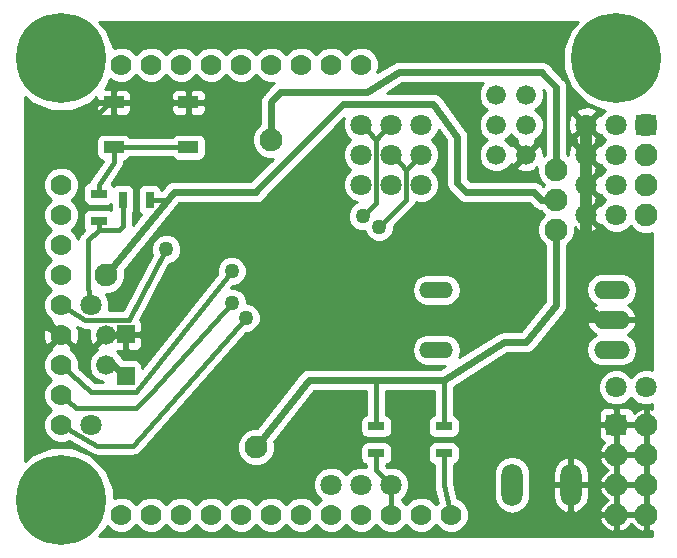
<source format=gbr>
G04 #@! TF.GenerationSoftware,KiCad,Pcbnew,(5.0.2)-1*
G04 #@! TF.CreationDate,2019-04-02T23:20:26+04:00*
G04 #@! TF.ProjectId,M644_breakout_v1.2d,4d363434-5f62-4726-9561-6b6f75745f76,v1.2d*
G04 #@! TF.SameCoordinates,Original*
G04 #@! TF.FileFunction,Copper,L1,Top*
G04 #@! TF.FilePolarity,Positive*
%FSLAX46Y46*%
G04 Gerber Fmt 4.6, Leading zero omitted, Abs format (unit mm)*
G04 Created by KiCad (PCBNEW (5.0.2)-1) date 02/04/2019 23:20:26*
%MOMM*%
%LPD*%
G01*
G04 APERTURE LIST*
G04 #@! TA.AperFunction,SMDPad,CuDef*
%ADD10R,1.500000X1.500000*%
G04 #@! TD*
G04 #@! TA.AperFunction,SMDPad,CuDef*
%ADD11R,1.700000X1.000000*%
G04 #@! TD*
G04 #@! TA.AperFunction,ComponentPad*
%ADD12O,3.048000X1.524000*%
G04 #@! TD*
G04 #@! TA.AperFunction,ComponentPad*
%ADD13C,1.676400*%
G04 #@! TD*
G04 #@! TA.AperFunction,ComponentPad*
%ADD14C,1.778000*%
G04 #@! TD*
G04 #@! TA.AperFunction,SMDPad,CuDef*
%ADD15R,1.422400X0.711200*%
G04 #@! TD*
G04 #@! TA.AperFunction,SMDPad,CuDef*
%ADD16R,0.711200X1.422400*%
G04 #@! TD*
G04 #@! TA.AperFunction,ComponentPad*
%ADD17O,2.844800X1.422400*%
G04 #@! TD*
G04 #@! TA.AperFunction,ComponentPad*
%ADD18O,1.790700X3.581400*%
G04 #@! TD*
G04 #@! TA.AperFunction,ComponentPad*
%ADD19C,1.800000*%
G04 #@! TD*
G04 #@! TA.AperFunction,ComponentPad*
%ADD20R,1.700000X1.700000*%
G04 #@! TD*
G04 #@! TA.AperFunction,ComponentPad*
%ADD21O,1.700000X1.700000*%
G04 #@! TD*
G04 #@! TA.AperFunction,ViaPad*
%ADD22C,7.620000*%
G04 #@! TD*
G04 #@! TA.AperFunction,ViaPad*
%ADD23C,1.930400*%
G04 #@! TD*
G04 #@! TA.AperFunction,ViaPad*
%ADD24C,0.800000*%
G04 #@! TD*
G04 #@! TA.AperFunction,ViaPad*
%ADD25C,1.270000*%
G04 #@! TD*
G04 #@! TA.AperFunction,Conductor*
%ADD26C,0.406400*%
G04 #@! TD*
G04 #@! TA.AperFunction,Conductor*
%ADD27C,0.812800*%
G04 #@! TD*
G04 #@! TA.AperFunction,Conductor*
%ADD28C,1.016000*%
G04 #@! TD*
G04 #@! TA.AperFunction,Conductor*
%ADD29C,0.609600*%
G04 #@! TD*
G04 #@! TA.AperFunction,Conductor*
%ADD30C,0.254000*%
G04 #@! TD*
G04 APERTURE END LIST*
D10*
G04 #@! TO.P,LED1_SMD1,A*
G04 #@! TO.N,Net-(LED1-PadA)*
X130492500Y-113200800D03*
G04 #@! TO.P,LED1_SMD1,C*
G04 #@! TO.N,GND*
X130492500Y-109700800D03*
G04 #@! TD*
D11*
G04 #@! TO.P,SW1/PC5,4*
G04 #@! TO.N,GND*
X129476100Y-90043600D03*
G04 #@! TO.P,SW1/PC5,3*
X135776100Y-90043600D03*
G04 #@! TO.P,SW1/PC5,2*
G04 #@! TO.N,Net-(R3-PadP$1)*
X129476100Y-93843600D03*
G04 #@! TO.P,SW1/PC5,1*
X135776100Y-93843600D03*
G04 #@! TD*
D12*
G04 #@! TO.P,IC2,3*
G04 #@! TO.N,VCC*
X171615100Y-105913600D03*
G04 #@! TO.P,IC2,2*
G04 #@! TO.N,GND*
X171615100Y-108453600D03*
G04 #@! TO.P,IC2,1*
G04 #@! TO.N,Net-(C4-PadP$1)*
X171615100Y-110993600D03*
G04 #@! TD*
D13*
G04 #@! TO.P,SV1,6*
G04 #@! TO.N,GND*
X164376100Y-94483600D03*
G04 #@! TO.P,SV1,5*
G04 #@! TO.N,/RESET*
X161836100Y-94483600D03*
G04 #@! TO.P,SV1,4*
G04 #@! TO.N,/MOSI*
X164376100Y-91943600D03*
G04 #@! TO.P,SV1,3*
G04 #@! TO.N,/SCK*
X161836100Y-91943600D03*
G04 #@! TO.P,SV1,2*
G04 #@! TO.N,VCC*
X164376100Y-89403600D03*
G04 #@! TO.P,SV1,1*
G04 #@! TO.N,/MISO*
X161836100Y-89403600D03*
G04 #@! TD*
D14*
G04 #@! TO.P,JP3,12*
G04 #@! TO.N,/PC3*
X130086100Y-124963600D03*
G04 #@! TO.P,JP3,11*
G04 #@! TO.N,/PC2*
X132626100Y-124963600D03*
G04 #@! TO.P,JP3,10*
G04 #@! TO.N,/PC1*
X135166100Y-124963600D03*
G04 #@! TO.P,JP3,9*
G04 #@! TO.N,/PC0*
X137706100Y-124963600D03*
G04 #@! TO.P,JP3,8*
G04 #@! TO.N,/PD7*
X140246100Y-124963600D03*
G04 #@! TO.P,JP3,7*
G04 #@! TO.N,/PD6*
X142786100Y-124963600D03*
G04 #@! TO.P,JP3,6*
G04 #@! TO.N,/PD5*
X145326100Y-124963600D03*
G04 #@! TO.P,JP3,5*
G04 #@! TO.N,/PD4*
X147866100Y-124963600D03*
G04 #@! TO.P,JP3,4*
G04 #@! TO.N,/PD3'*
X150406100Y-124963600D03*
G04 #@! TO.P,JP3,3*
G04 #@! TO.N,/PD2*
X152946100Y-124963600D03*
G04 #@! TO.P,JP3,2*
G04 #@! TO.N,/PD1'*
X155486100Y-124963600D03*
G04 #@! TO.P,JP3,1*
G04 #@! TO.N,/PD0*
X158026100Y-124963600D03*
G04 #@! TD*
D15*
G04 #@! TO.P,R3,P$2*
G04 #@! TO.N,/PC5*
X128181100Y-100071600D03*
G04 #@! TO.P,R3,P$1*
G04 #@! TO.N,Net-(R3-PadP$1)*
X128181100Y-97785600D03*
G04 #@! TD*
G04 #@! TO.P,R4,P$2*
G04 #@! TO.N,VCC*
X157391100Y-117470600D03*
G04 #@! TO.P,R4,P$1*
G04 #@! TO.N,/PD0*
X157391100Y-119756600D03*
G04 #@! TD*
G04 #@! TO.P,R5,P$2*
G04 #@! TO.N,VCC*
X151676100Y-117470600D03*
G04 #@! TO.P,R5,P$1*
G04 #@! TO.N,/PD2*
X151676100Y-119756600D03*
G04 #@! TD*
D16*
G04 #@! TO.P,R6,P$2*
G04 #@! TO.N,/PC5*
X130213100Y-98293600D03*
G04 #@! TO.P,R6,P$1*
G04 #@! TO.N,VCC*
X132499100Y-98293600D03*
G04 #@! TD*
D17*
G04 #@! TO.P,Q1,2*
G04 #@! TO.N,Net-(C1-PadP$1)*
X156756100Y-105913600D03*
G04 #@! TO.P,Q1,1*
G04 #@! TO.N,Net-(C2-PadP$1)*
X156756100Y-110993600D03*
G04 #@! TD*
D13*
G04 #@! TO.P,LED1,K*
G04 #@! TO.N,GND*
X128816100Y-109723600D03*
G04 #@! TO.P,LED1,A*
G04 #@! TO.N,Net-(LED1-PadA)*
X128816100Y-112263600D03*
G04 #@! TD*
D14*
G04 #@! TO.P,JP1,9*
G04 #@! TO.N,/PA3*
X130086100Y-86863600D03*
G04 #@! TO.P,JP1,8*
G04 #@! TO.N,/PA2*
X132626100Y-86863600D03*
G04 #@! TO.P,JP1,7*
G04 #@! TO.N,/PA1*
X135166100Y-86863600D03*
G04 #@! TO.P,JP1,6*
G04 #@! TO.N,/PA0*
X137706100Y-86863600D03*
G04 #@! TO.P,JP1,5*
G04 #@! TO.N,/PB0*
X140246100Y-86863600D03*
G04 #@! TO.P,JP1,4*
G04 #@! TO.N,/PB1*
X142786100Y-86863600D03*
G04 #@! TO.P,JP1,3*
G04 #@! TO.N,/PB2*
X145326100Y-86863600D03*
G04 #@! TO.P,JP1,2*
G04 #@! TO.N,/PB3*
X147866100Y-86863600D03*
G04 #@! TO.P,JP1,1*
G04 #@! TO.N,/PB4*
X150406100Y-86863600D03*
G04 #@! TD*
G04 #@! TO.P,JP2,9*
G04 #@! TO.N,/PC6*
X125006100Y-117343600D03*
G04 #@! TO.P,JP2,8*
G04 #@! TO.N,/PC7*
X125006100Y-114803600D03*
G04 #@! TO.P,JP2,7*
G04 #@! TO.N,/PA7*
X125006100Y-112263600D03*
G04 #@! TO.P,JP2,6*
G04 #@! TO.N,GND*
X125006100Y-109723600D03*
G04 #@! TO.P,JP2,5*
G04 #@! TO.N,/AREF*
X125006100Y-107183600D03*
G04 #@! TO.P,JP2,4*
G04 #@! TO.N,VCC*
X125006100Y-104643600D03*
G04 #@! TO.P,JP2,3*
G04 #@! TO.N,/PA5*
X125006100Y-102103600D03*
G04 #@! TO.P,JP2,2*
G04 #@! TO.N,/PA4*
X125006100Y-99563600D03*
G04 #@! TO.P,JP2,1*
G04 #@! TO.N,/PA6*
X125006100Y-97023600D03*
G04 #@! TD*
D18*
G04 #@! TO.P,X2,2*
G04 #@! TO.N,Net-(D1-PadA)*
X163146100Y-122423600D03*
G04 #@! TO.P,X2,1*
G04 #@! TO.N,GND*
X168146100Y-122423600D03*
G04 #@! TD*
D19*
G04 #@! TO.P,JP4,1*
G04 #@! TO.N,/SCK*
X150406100Y-97023600D03*
G04 #@! TD*
G04 #@! TO.P,JP5,1*
G04 #@! TO.N,/SCK*
X152946100Y-97023600D03*
G04 #@! TD*
G04 #@! TO.P,JP6,1*
G04 #@! TO.N,/MISO*
X152946100Y-94483600D03*
G04 #@! TD*
G04 #@! TO.P,JP7,1*
G04 #@! TO.N,/MISO*
X150406100Y-94483600D03*
G04 #@! TD*
G04 #@! TO.P,JP8,1*
G04 #@! TO.N,/MOSI*
X150406100Y-91943600D03*
G04 #@! TD*
G04 #@! TO.P,JP9,1*
G04 #@! TO.N,/MOSI*
X152946100Y-91943600D03*
G04 #@! TD*
G04 #@! TO.P,JP11,1*
G04 #@! TO.N,/SCK*
X155486100Y-97023600D03*
G04 #@! TD*
G04 #@! TO.P,JP12,1*
G04 #@! TO.N,/MISO*
X155486100Y-94483600D03*
G04 #@! TD*
G04 #@! TO.P,JP13,1*
G04 #@! TO.N,/MOSI*
X155486100Y-91943600D03*
G04 #@! TD*
G04 #@! TO.P,JP14,1*
G04 #@! TO.N,VCC*
X171996100Y-91943600D03*
G04 #@! TD*
G04 #@! TO.P,JP15,1*
G04 #@! TO.N,VCC*
X171996100Y-94483600D03*
G04 #@! TD*
G04 #@! TO.P,JP16,1*
G04 #@! TO.N,VCC*
X171996100Y-97023600D03*
G04 #@! TD*
G04 #@! TO.P,JP17,1*
G04 #@! TO.N,VCC*
X171996100Y-99563600D03*
G04 #@! TD*
G04 #@! TO.P,JP19,1*
G04 #@! TO.N,GND*
X169456100Y-91943600D03*
G04 #@! TD*
G04 #@! TO.P,JP20,1*
G04 #@! TO.N,GND*
X169456100Y-94483600D03*
G04 #@! TD*
G04 #@! TO.P,JP21,1*
G04 #@! TO.N,GND*
X169456100Y-97023600D03*
G04 #@! TD*
G04 #@! TO.P,JP22,1*
G04 #@! TO.N,GND*
X169456100Y-99563600D03*
G04 #@! TD*
G04 #@! TO.P,JP24,1*
G04 #@! TO.N,/PD2*
X152946100Y-122423600D03*
G04 #@! TD*
G04 #@! TO.P,JP25,1*
G04 #@! TO.N,/PD3'*
X150406100Y-122423600D03*
G04 #@! TD*
G04 #@! TO.P,JP26,1*
G04 #@! TO.N,/PD4*
X147866100Y-122423600D03*
G04 #@! TD*
G04 #@! TO.P,JP27,1*
G04 #@! TO.N,/PC5*
X127546100Y-107183600D03*
G04 #@! TD*
G04 #@! TO.P,JP28,1*
G04 #@! TO.N,/PC4*
X127546100Y-117343600D03*
G04 #@! TD*
G04 #@! TO.P,JP10,1*
G04 #@! TO.N,Net-(C4-PadP$1)*
X171996100Y-114168600D03*
G04 #@! TD*
G04 #@! TO.P,JP29,1*
G04 #@! TO.N,Net-(C4-PadP$1)*
X174536100Y-114168600D03*
G04 #@! TD*
D20*
G04 #@! TO.P,REF\002A\002A,1*
G04 #@! TO.N,GND*
X171996100Y-117343600D03*
D21*
G04 #@! TO.P,REF\002A\002A,2*
X174536100Y-117343600D03*
G04 #@! TO.P,REF\002A\002A,3*
X171996100Y-119883600D03*
G04 #@! TO.P,REF\002A\002A,4*
X174536100Y-119883600D03*
G04 #@! TO.P,REF\002A\002A,5*
X171996100Y-122423600D03*
G04 #@! TO.P,REF\002A\002A,6*
X174536100Y-122423600D03*
G04 #@! TO.P,REF\002A\002A,7*
X171996100Y-124963600D03*
G04 #@! TO.P,REF\002A\002A,8*
X174536100Y-124963600D03*
G04 #@! TD*
D20*
G04 #@! TO.P,REF\002A\002A,1*
G04 #@! TO.N,VCC*
X174536100Y-91943600D03*
D21*
G04 #@! TO.P,REF\002A\002A,2*
X174536100Y-94483600D03*
G04 #@! TO.P,REF\002A\002A,3*
X174536100Y-97023600D03*
G04 #@! TO.P,REF\002A\002A,4*
X174536100Y-99563600D03*
G04 #@! TD*
D22*
G04 #@! TO.N,*
X125006100Y-86330200D03*
X125006100Y-123693600D03*
X171970700Y-86330200D03*
D23*
G04 #@! TO.N,GND*
X174536100Y-119883600D03*
X174536100Y-122423600D03*
X174536100Y-124963600D03*
X174536100Y-117343600D03*
X162153600Y-108453600D03*
X162153600Y-100833600D03*
X171996100Y-124963600D03*
X171996100Y-122423600D03*
X171996100Y-119883600D03*
X171996100Y-117343600D03*
D24*
X170091100Y-124963600D03*
X170091100Y-123058600D03*
X165646100Y-122423600D03*
X165646100Y-119883600D03*
X165646100Y-116073600D03*
X162471100Y-116073600D03*
X159296100Y-116073600D03*
X164376100Y-113533600D03*
X161836100Y-113533600D03*
X168186100Y-108453600D03*
X170726100Y-102103600D03*
X174536100Y-107183600D03*
X157899100Y-108453600D03*
X164884100Y-104770600D03*
X156756100Y-104008600D03*
X163753800Y-96261600D03*
X162090100Y-99182600D03*
X165646100Y-85593600D03*
X161836100Y-84323600D03*
X154216100Y-84323600D03*
X146596100Y-84323600D03*
X138976100Y-84323600D03*
X132626100Y-84323600D03*
X145326100Y-108453600D03*
X142659100Y-108453600D03*
X142659100Y-105913600D03*
X142659100Y-103373600D03*
X145326100Y-103373600D03*
X145326100Y-105913600D03*
X127546100Y-91459194D03*
X125006100Y-93213600D03*
X122466100Y-95753600D03*
X122466100Y-99563600D03*
X122466100Y-103373600D03*
X122466100Y-107183600D03*
X122466100Y-112263600D03*
X122466100Y-117343600D03*
X129578100Y-121407600D03*
X148501100Y-112263600D03*
X149009100Y-115311600D03*
X131991100Y-95372600D03*
X154089100Y-104262600D03*
X154978100Y-107818600D03*
X137198100Y-99055600D03*
X156883100Y-88768600D03*
D23*
G04 #@! TO.N,VCC*
X142786100Y-93213600D03*
X141516100Y-119248600D03*
X128816100Y-104643600D03*
X166916100Y-100833600D03*
X166916100Y-98293600D03*
X166916100Y-95753600D03*
X174536100Y-94483600D03*
X174536100Y-97023600D03*
X174536100Y-99563600D03*
X174536100Y-91943600D03*
D25*
G04 #@! TO.N,/PA7*
X139433300Y-104338800D03*
G04 #@! TO.N,/AREF*
X133896100Y-102484600D03*
G04 #@! TO.N,/PC7*
X139484100Y-107056600D03*
G04 #@! TO.N,/PC6*
X140627100Y-108275800D03*
G04 #@! TO.N,/MISO*
X151930100Y-100579600D03*
G04 #@! TO.N,/MOSI*
X150533100Y-99690600D03*
G04 #@! TD*
D26*
G04 #@! TO.N,GND*
X162153600Y-108453600D02*
X162153600Y-100833600D01*
X122466100Y-108453600D02*
X122466100Y-103373600D01*
X122466100Y-92073600D02*
X123104000Y-91438600D01*
X122466100Y-108453600D02*
X125006100Y-109723600D01*
D27*
X171615100Y-108453600D02*
X170726100Y-108453600D01*
D28*
X170726100Y-108453600D02*
X168821100Y-107183600D01*
X168821100Y-107183600D02*
X168821100Y-104008600D01*
X168821100Y-104008600D02*
X169456100Y-103373600D01*
X169456100Y-103373600D02*
X169456100Y-99563600D01*
X169456100Y-99563600D02*
X169456100Y-97023600D01*
X169456100Y-97023600D02*
X169456100Y-94483600D01*
X169456100Y-94483600D02*
X169456100Y-91943600D01*
D29*
X128816100Y-109726200D02*
X130492500Y-109700800D01*
X128816100Y-109723600D02*
X128816100Y-109726200D01*
D26*
X135776100Y-90043600D02*
X129476100Y-90043600D01*
X127710506Y-91459194D02*
X127546100Y-91459194D01*
X129126100Y-90043600D02*
X127710506Y-91459194D01*
X129476100Y-90043600D02*
X129126100Y-90043600D01*
X123104000Y-91438600D02*
X127546100Y-91459194D01*
X127546100Y-91459194D02*
X127546100Y-91459194D01*
X122466100Y-95753600D02*
X122466100Y-92073600D01*
X122466100Y-98293600D02*
X122466100Y-95753600D01*
X122466100Y-103373600D02*
X122466100Y-98293600D01*
D29*
G04 #@! TO.N,VCC*
X166916100Y-95753600D02*
X166916100Y-91943600D01*
X165646100Y-87498600D02*
X165730400Y-87498600D01*
X128816100Y-104643600D02*
X134531100Y-97658600D01*
X166916100Y-100833600D02*
X166916100Y-102103600D01*
X166916100Y-102103600D02*
X166916100Y-102738600D01*
X166916100Y-102738600D02*
X166916100Y-107183600D01*
X166916100Y-107183600D02*
X164376100Y-110358600D01*
X164376100Y-110358600D02*
X162471100Y-110358600D01*
X162471100Y-110358600D02*
X157391100Y-113533600D01*
X157391100Y-113533600D02*
X151676100Y-113533600D01*
X151676100Y-113533600D02*
X145961100Y-113533600D01*
X145961100Y-113533600D02*
X141516100Y-119248600D01*
D26*
X151676100Y-113533600D02*
X151676100Y-117470600D01*
X157391100Y-113533600D02*
X157391100Y-117470600D01*
X134531100Y-97658600D02*
X133896100Y-98293600D01*
X133896100Y-98293600D02*
X132499100Y-98293600D01*
D29*
X166916100Y-91943600D02*
X166916100Y-88768600D01*
X166916100Y-88768600D02*
X165646100Y-87498600D01*
X142786100Y-90038600D02*
X142786100Y-93213600D01*
X143548100Y-89149600D02*
X142786100Y-90038600D01*
X150914100Y-89149600D02*
X143548100Y-89149600D01*
X165646100Y-87498600D02*
X153581100Y-87498600D01*
X153581100Y-87498600D02*
X150914100Y-89149600D01*
X165646100Y-98293600D02*
X166916100Y-98293600D01*
X165011100Y-97658600D02*
X165646100Y-98293600D01*
X159296100Y-97658600D02*
X165011100Y-97658600D01*
X158534100Y-96896600D02*
X159296100Y-97658600D01*
X158534100Y-92959600D02*
X158534100Y-96896600D01*
X156502100Y-90165600D02*
X158534100Y-92959600D01*
X134531100Y-97658600D02*
X141516100Y-97658600D01*
X141516100Y-97531600D02*
X148882100Y-90165600D01*
X141516100Y-97658600D02*
X141516100Y-97531600D01*
X148882100Y-90165600D02*
X156502100Y-90165600D01*
X164376100Y-110358600D02*
X164376100Y-110358600D01*
D26*
G04 #@! TO.N,/PA7*
X125006100Y-112263600D02*
X127571500Y-114575000D01*
X127571500Y-114575000D02*
X131381500Y-114575000D01*
X131381500Y-114575000D02*
X139433300Y-104338800D01*
G04 #@! TO.N,/AREF*
X125006100Y-107183600D02*
X127038100Y-108453600D01*
X127038100Y-108453600D02*
X130721100Y-108453600D01*
X130721100Y-108453600D02*
X133896100Y-102484600D01*
G04 #@! TO.N,/PC7*
X132575300Y-114625800D02*
X139484100Y-107056600D01*
X126250700Y-115895800D02*
X125006100Y-114803600D01*
X126250700Y-115895800D02*
X131330700Y-115895800D01*
X131330700Y-115895800D02*
X132575300Y-114625800D01*
G04 #@! TO.N,/PC6*
X131071875Y-119121600D02*
X140627100Y-108275800D01*
X125006100Y-117343600D02*
X128054100Y-119121600D01*
X128054100Y-119121600D02*
X131071875Y-119121600D01*
G04 #@! TO.N,/PC5*
X128181100Y-100833600D02*
X128181100Y-100071600D01*
X128181100Y-100833600D02*
X129895600Y-100833600D01*
X129895600Y-100833600D02*
X130213100Y-100516100D01*
X130213100Y-100516100D02*
X130213100Y-98293600D01*
X127292100Y-105659600D02*
X127546100Y-107183600D01*
X128181100Y-100833600D02*
X127292100Y-101722600D01*
X127292100Y-101722600D02*
X127292100Y-105659600D01*
G04 #@! TO.N,/PD2*
X152946100Y-124963600D02*
X152946100Y-123058600D01*
X152946100Y-122423600D02*
X152946100Y-123058600D01*
X152946100Y-122423600D02*
X151676100Y-121153600D01*
X151676100Y-121153600D02*
X151676100Y-119756600D01*
G04 #@! TO.N,/PD0*
X158026100Y-124963600D02*
X157391100Y-122423600D01*
X157391100Y-122423600D02*
X157391100Y-119756600D01*
G04 #@! TO.N,/MISO*
X153846099Y-95383599D02*
X152946100Y-94483600D01*
X154230499Y-95767999D02*
X153846099Y-95383599D01*
X154230499Y-95739201D02*
X154230499Y-95767999D01*
X155486100Y-94483600D02*
X154230499Y-95739201D01*
X154230499Y-98279201D02*
X151930100Y-100579600D01*
X154230499Y-95767999D02*
X154230499Y-98279201D01*
G04 #@! TO.N,/MOSI*
X152046101Y-92843599D02*
X152946100Y-91943600D01*
X151661701Y-93227999D02*
X152046101Y-92843599D01*
X151661701Y-98561999D02*
X151661701Y-93227999D01*
X150533100Y-99690600D02*
X151661701Y-98561999D01*
X151306099Y-92872397D02*
X151661701Y-93227999D01*
X151306099Y-92843599D02*
X151306099Y-92872397D01*
X150406100Y-91943600D02*
X151306099Y-92843599D01*
D29*
G04 #@! TO.N,Net-(LED1-PadA)*
X130286700Y-113099200D02*
X130492500Y-113200800D01*
X129451100Y-112263600D02*
X130286700Y-113099200D01*
X128816100Y-112263600D02*
X129451100Y-112263600D01*
D26*
G04 #@! TO.N,Net-(R3-PadP$1)*
X128181100Y-97785600D02*
X128181100Y-97043600D01*
X128181100Y-97043600D02*
X129476100Y-95113600D01*
X129476100Y-95113600D02*
X129476100Y-93843600D01*
X129476100Y-93843600D02*
X135776100Y-93843600D01*
G04 #@! TD*
D30*
G04 #@! TO.N,GND*
G36*
X168202411Y-83812310D02*
X167525700Y-85446034D01*
X167525700Y-87214366D01*
X168202411Y-88848090D01*
X169452810Y-90098489D01*
X171020878Y-90748005D01*
X170694790Y-91074093D01*
X170686662Y-91093715D01*
X170536259Y-91043046D01*
X169635705Y-91943600D01*
X170536259Y-92844154D01*
X170686662Y-92793485D01*
X170694790Y-92813107D01*
X171095283Y-93213600D01*
X170694790Y-93614093D01*
X170686662Y-93633715D01*
X170536259Y-93583046D01*
X169635705Y-94483600D01*
X170536259Y-95384154D01*
X170686662Y-95333485D01*
X170694790Y-95353107D01*
X171095283Y-95753600D01*
X170694790Y-96154093D01*
X170686662Y-96173715D01*
X170536259Y-96123046D01*
X169635705Y-97023600D01*
X170536259Y-97924154D01*
X170686662Y-97873485D01*
X170694790Y-97893107D01*
X171095283Y-98293600D01*
X170694790Y-98694093D01*
X170686662Y-98713715D01*
X170536259Y-98663046D01*
X169635705Y-99563600D01*
X170536259Y-100464154D01*
X170686662Y-100413485D01*
X170694790Y-100433107D01*
X171126593Y-100864910D01*
X171690770Y-101098600D01*
X172301430Y-101098600D01*
X172865607Y-100864910D01*
X173219996Y-100510521D01*
X173629659Y-100920184D01*
X174217800Y-101163800D01*
X174854400Y-101163800D01*
X175044100Y-101085224D01*
X175044100Y-112717549D01*
X174841430Y-112633600D01*
X174230770Y-112633600D01*
X173666593Y-112867290D01*
X173266100Y-113267783D01*
X172865607Y-112867290D01*
X172301430Y-112633600D01*
X171690770Y-112633600D01*
X171126593Y-112867290D01*
X170694790Y-113299093D01*
X170461100Y-113863270D01*
X170461100Y-114473930D01*
X170694790Y-115038107D01*
X171126593Y-115469910D01*
X171690770Y-115703600D01*
X172301430Y-115703600D01*
X172865607Y-115469910D01*
X173266100Y-115069417D01*
X173666593Y-115469910D01*
X174230770Y-115703600D01*
X174841430Y-115703600D01*
X175044100Y-115619651D01*
X175044100Y-115973078D01*
X174892992Y-115902114D01*
X174663100Y-116022781D01*
X174663100Y-117216600D01*
X174683100Y-117216600D01*
X174683100Y-117470600D01*
X174663100Y-117470600D01*
X174663100Y-119756600D01*
X174683100Y-119756600D01*
X174683100Y-120010600D01*
X174663100Y-120010600D01*
X174663100Y-122296600D01*
X174683100Y-122296600D01*
X174683100Y-122550600D01*
X174663100Y-122550600D01*
X174663100Y-124836600D01*
X174683100Y-124836600D01*
X174683100Y-125090600D01*
X174663100Y-125090600D01*
X174663100Y-126284419D01*
X174892992Y-126405086D01*
X175044100Y-126334122D01*
X175044100Y-126741600D01*
X128244279Y-126741600D01*
X128774389Y-126211490D01*
X128892817Y-125925579D01*
X129222823Y-126255585D01*
X129782958Y-126487600D01*
X130389242Y-126487600D01*
X130949377Y-126255585D01*
X131356100Y-125848862D01*
X131762823Y-126255585D01*
X132322958Y-126487600D01*
X132929242Y-126487600D01*
X133489377Y-126255585D01*
X133896100Y-125848862D01*
X134302823Y-126255585D01*
X134862958Y-126487600D01*
X135469242Y-126487600D01*
X136029377Y-126255585D01*
X136436100Y-125848862D01*
X136842823Y-126255585D01*
X137402958Y-126487600D01*
X138009242Y-126487600D01*
X138569377Y-126255585D01*
X138976100Y-125848862D01*
X139382823Y-126255585D01*
X139942958Y-126487600D01*
X140549242Y-126487600D01*
X141109377Y-126255585D01*
X141516100Y-125848862D01*
X141922823Y-126255585D01*
X142482958Y-126487600D01*
X143089242Y-126487600D01*
X143649377Y-126255585D01*
X144056100Y-125848862D01*
X144462823Y-126255585D01*
X145022958Y-126487600D01*
X145629242Y-126487600D01*
X146189377Y-126255585D01*
X146596100Y-125848862D01*
X147002823Y-126255585D01*
X147562958Y-126487600D01*
X148169242Y-126487600D01*
X148729377Y-126255585D01*
X149136100Y-125848862D01*
X149542823Y-126255585D01*
X150102958Y-126487600D01*
X150709242Y-126487600D01*
X151269377Y-126255585D01*
X151676100Y-125848862D01*
X152082823Y-126255585D01*
X152642958Y-126487600D01*
X153249242Y-126487600D01*
X153809377Y-126255585D01*
X154216100Y-125848862D01*
X154622823Y-126255585D01*
X155182958Y-126487600D01*
X155789242Y-126487600D01*
X156349377Y-126255585D01*
X156756100Y-125848862D01*
X157162823Y-126255585D01*
X157722958Y-126487600D01*
X158329242Y-126487600D01*
X158889377Y-126255585D01*
X159318085Y-125826877D01*
X159527836Y-125320490D01*
X170554624Y-125320490D01*
X170724455Y-125730524D01*
X171114742Y-126158783D01*
X171639208Y-126405086D01*
X171869100Y-126284419D01*
X171869100Y-125090600D01*
X172123100Y-125090600D01*
X172123100Y-126284419D01*
X172352992Y-126405086D01*
X172877458Y-126158783D01*
X173266100Y-125732329D01*
X173654742Y-126158783D01*
X174179208Y-126405086D01*
X174409100Y-126284419D01*
X174409100Y-125090600D01*
X172123100Y-125090600D01*
X171869100Y-125090600D01*
X170675945Y-125090600D01*
X170554624Y-125320490D01*
X159527836Y-125320490D01*
X159550100Y-125266742D01*
X159550100Y-124660458D01*
X159318085Y-124100323D01*
X158889377Y-123671615D01*
X158529872Y-123522704D01*
X158516615Y-123469674D01*
X161615750Y-123469674D01*
X161704542Y-123916062D01*
X162042779Y-124422271D01*
X162548987Y-124760508D01*
X163146100Y-124879281D01*
X163743212Y-124760508D01*
X164249421Y-124422271D01*
X164587658Y-123916063D01*
X164676450Y-123469675D01*
X164676450Y-122550600D01*
X166615750Y-122550600D01*
X166615750Y-123445950D01*
X166780842Y-124021922D01*
X167153782Y-124490873D01*
X167677793Y-124781409D01*
X167782090Y-124805378D01*
X168019100Y-124684658D01*
X168019100Y-122550600D01*
X168273100Y-122550600D01*
X168273100Y-124684658D01*
X168510110Y-124805378D01*
X168614407Y-124781409D01*
X169138418Y-124490873D01*
X169511358Y-124021922D01*
X169676450Y-123445950D01*
X169676450Y-122780490D01*
X170554624Y-122780490D01*
X170724455Y-123190524D01*
X171114742Y-123618783D01*
X171274054Y-123693600D01*
X171114742Y-123768417D01*
X170724455Y-124196676D01*
X170554624Y-124606710D01*
X170675945Y-124836600D01*
X171869100Y-124836600D01*
X171869100Y-122550600D01*
X172123100Y-122550600D01*
X172123100Y-124836600D01*
X174409100Y-124836600D01*
X174409100Y-122550600D01*
X172123100Y-122550600D01*
X171869100Y-122550600D01*
X170675945Y-122550600D01*
X170554624Y-122780490D01*
X169676450Y-122780490D01*
X169676450Y-122550600D01*
X168273100Y-122550600D01*
X168019100Y-122550600D01*
X166615750Y-122550600D01*
X164676450Y-122550600D01*
X164676450Y-121401250D01*
X166615750Y-121401250D01*
X166615750Y-122296600D01*
X168019100Y-122296600D01*
X168019100Y-120162542D01*
X168273100Y-120162542D01*
X168273100Y-122296600D01*
X169676450Y-122296600D01*
X169676450Y-121401250D01*
X169511358Y-120825278D01*
X169138418Y-120356327D01*
X168929495Y-120240490D01*
X170554624Y-120240490D01*
X170724455Y-120650524D01*
X171114742Y-121078783D01*
X171274054Y-121153600D01*
X171114742Y-121228417D01*
X170724455Y-121656676D01*
X170554624Y-122066710D01*
X170675945Y-122296600D01*
X171869100Y-122296600D01*
X171869100Y-120010600D01*
X172123100Y-120010600D01*
X172123100Y-122296600D01*
X174409100Y-122296600D01*
X174409100Y-120010600D01*
X172123100Y-120010600D01*
X171869100Y-120010600D01*
X170675945Y-120010600D01*
X170554624Y-120240490D01*
X168929495Y-120240490D01*
X168614407Y-120065791D01*
X168510110Y-120041822D01*
X168273100Y-120162542D01*
X168019100Y-120162542D01*
X167782090Y-120041822D01*
X167677793Y-120065791D01*
X167153782Y-120356327D01*
X166780842Y-120825278D01*
X166615750Y-121401250D01*
X164676450Y-121401250D01*
X164676450Y-121377525D01*
X164587658Y-120931137D01*
X164249421Y-120424929D01*
X163743213Y-120086692D01*
X163146100Y-119967919D01*
X162548988Y-120086692D01*
X162042780Y-120424929D01*
X161704543Y-120931137D01*
X161615751Y-121377525D01*
X161615750Y-123469674D01*
X158516615Y-123469674D01*
X158229300Y-122320414D01*
X158229300Y-120734378D01*
X158350065Y-120710357D01*
X158560109Y-120570009D01*
X158700457Y-120359965D01*
X158749740Y-120112200D01*
X158749740Y-119401000D01*
X158700457Y-119153235D01*
X158560109Y-118943191D01*
X158350065Y-118802843D01*
X158102300Y-118753560D01*
X156679900Y-118753560D01*
X156432135Y-118802843D01*
X156222091Y-118943191D01*
X156081743Y-119153235D01*
X156032460Y-119401000D01*
X156032460Y-120112200D01*
X156081743Y-120359965D01*
X156222091Y-120570009D01*
X156432135Y-120710357D01*
X156552901Y-120734379D01*
X156552900Y-122277963D01*
X156545787Y-122297814D01*
X156552900Y-122443966D01*
X156552900Y-122506153D01*
X156556907Y-122526297D01*
X156557905Y-122546804D01*
X156572982Y-122607111D01*
X156601533Y-122750648D01*
X156613250Y-122768184D01*
X156903851Y-123930587D01*
X156756100Y-124078338D01*
X156349377Y-123671615D01*
X155789242Y-123439600D01*
X155182958Y-123439600D01*
X154622823Y-123671615D01*
X154216100Y-124078338D01*
X153839140Y-123701378D01*
X154247410Y-123293107D01*
X154481100Y-122728930D01*
X154481100Y-122118270D01*
X154247410Y-121554093D01*
X153815607Y-121122290D01*
X153251430Y-120888600D01*
X152640770Y-120888600D01*
X152609462Y-120901568D01*
X152514300Y-120806407D01*
X152514300Y-120734378D01*
X152635065Y-120710357D01*
X152845109Y-120570009D01*
X152985457Y-120359965D01*
X153034740Y-120112200D01*
X153034740Y-119401000D01*
X152985457Y-119153235D01*
X152845109Y-118943191D01*
X152635065Y-118802843D01*
X152387300Y-118753560D01*
X150964900Y-118753560D01*
X150717135Y-118802843D01*
X150507091Y-118943191D01*
X150366743Y-119153235D01*
X150317460Y-119401000D01*
X150317460Y-120112200D01*
X150366743Y-120359965D01*
X150507091Y-120570009D01*
X150717135Y-120710357D01*
X150837900Y-120734378D01*
X150837900Y-120940986D01*
X150711430Y-120888600D01*
X150100770Y-120888600D01*
X149536593Y-121122290D01*
X149136100Y-121522783D01*
X148735607Y-121122290D01*
X148171430Y-120888600D01*
X147560770Y-120888600D01*
X146996593Y-121122290D01*
X146564790Y-121554093D01*
X146331100Y-122118270D01*
X146331100Y-122728930D01*
X146564790Y-123293107D01*
X146973061Y-123701378D01*
X146596100Y-124078338D01*
X146189377Y-123671615D01*
X145629242Y-123439600D01*
X145022958Y-123439600D01*
X144462823Y-123671615D01*
X144056100Y-124078338D01*
X143649377Y-123671615D01*
X143089242Y-123439600D01*
X142482958Y-123439600D01*
X141922823Y-123671615D01*
X141516100Y-124078338D01*
X141109377Y-123671615D01*
X140549242Y-123439600D01*
X139942958Y-123439600D01*
X139382823Y-123671615D01*
X138976100Y-124078338D01*
X138569377Y-123671615D01*
X138009242Y-123439600D01*
X137402958Y-123439600D01*
X136842823Y-123671615D01*
X136436100Y-124078338D01*
X136029377Y-123671615D01*
X135469242Y-123439600D01*
X134862958Y-123439600D01*
X134302823Y-123671615D01*
X133896100Y-124078338D01*
X133489377Y-123671615D01*
X132929242Y-123439600D01*
X132322958Y-123439600D01*
X131762823Y-123671615D01*
X131356100Y-124078338D01*
X130949377Y-123671615D01*
X130389242Y-123439600D01*
X129782958Y-123439600D01*
X129451100Y-123577060D01*
X129451100Y-122809434D01*
X128774389Y-121175710D01*
X127523990Y-119925311D01*
X125890266Y-119248600D01*
X124121934Y-119248600D01*
X122488210Y-119925311D01*
X121958100Y-120455421D01*
X121958100Y-109485565D01*
X123470584Y-109485565D01*
X123496377Y-110091300D01*
X123678561Y-110531133D01*
X123933904Y-110616191D01*
X124826495Y-109723600D01*
X123933904Y-108831009D01*
X123678561Y-108916067D01*
X123470584Y-109485565D01*
X121958100Y-109485565D01*
X121958100Y-89568379D01*
X122488210Y-90098489D01*
X124121934Y-90775200D01*
X125890266Y-90775200D01*
X126966642Y-90329350D01*
X127991100Y-90329350D01*
X127991100Y-90669909D01*
X128087773Y-90903298D01*
X128266401Y-91081927D01*
X128499790Y-91178600D01*
X129190350Y-91178600D01*
X129349100Y-91019850D01*
X129349100Y-90170600D01*
X129603100Y-90170600D01*
X129603100Y-91019850D01*
X129761850Y-91178600D01*
X130452410Y-91178600D01*
X130685799Y-91081927D01*
X130864427Y-90903298D01*
X130961100Y-90669909D01*
X130961100Y-90329350D01*
X134291100Y-90329350D01*
X134291100Y-90669909D01*
X134387773Y-90903298D01*
X134566401Y-91081927D01*
X134799790Y-91178600D01*
X135490350Y-91178600D01*
X135649100Y-91019850D01*
X135649100Y-90170600D01*
X135903100Y-90170600D01*
X135903100Y-91019850D01*
X136061850Y-91178600D01*
X136752410Y-91178600D01*
X136985799Y-91081927D01*
X137164427Y-90903298D01*
X137261100Y-90669909D01*
X137261100Y-90329350D01*
X137102350Y-90170600D01*
X135903100Y-90170600D01*
X135649100Y-90170600D01*
X134449850Y-90170600D01*
X134291100Y-90329350D01*
X130961100Y-90329350D01*
X130802350Y-90170600D01*
X129603100Y-90170600D01*
X129349100Y-90170600D01*
X128149850Y-90170600D01*
X127991100Y-90329350D01*
X126966642Y-90329350D01*
X127523990Y-90098489D01*
X127991100Y-89631379D01*
X127991100Y-89757850D01*
X128149850Y-89916600D01*
X129349100Y-89916600D01*
X129349100Y-89067350D01*
X129603100Y-89067350D01*
X129603100Y-89916600D01*
X130802350Y-89916600D01*
X130961100Y-89757850D01*
X130961100Y-89417291D01*
X134291100Y-89417291D01*
X134291100Y-89757850D01*
X134449850Y-89916600D01*
X135649100Y-89916600D01*
X135649100Y-89067350D01*
X135903100Y-89067350D01*
X135903100Y-89916600D01*
X137102350Y-89916600D01*
X137261100Y-89757850D01*
X137261100Y-89417291D01*
X137164427Y-89183902D01*
X136985799Y-89005273D01*
X136752410Y-88908600D01*
X136061850Y-88908600D01*
X135903100Y-89067350D01*
X135649100Y-89067350D01*
X135490350Y-88908600D01*
X134799790Y-88908600D01*
X134566401Y-89005273D01*
X134387773Y-89183902D01*
X134291100Y-89417291D01*
X130961100Y-89417291D01*
X130864427Y-89183902D01*
X130685799Y-89005273D01*
X130452410Y-88908600D01*
X129761850Y-88908600D01*
X129603100Y-89067350D01*
X129349100Y-89067350D01*
X129190350Y-88908600D01*
X128713879Y-88908600D01*
X128774389Y-88848090D01*
X129108562Y-88041324D01*
X129222823Y-88155585D01*
X129782958Y-88387600D01*
X130389242Y-88387600D01*
X130949377Y-88155585D01*
X131356100Y-87748862D01*
X131762823Y-88155585D01*
X132322958Y-88387600D01*
X132929242Y-88387600D01*
X133489377Y-88155585D01*
X133896100Y-87748862D01*
X134302823Y-88155585D01*
X134862958Y-88387600D01*
X135469242Y-88387600D01*
X136029377Y-88155585D01*
X136436100Y-87748862D01*
X136842823Y-88155585D01*
X137402958Y-88387600D01*
X138009242Y-88387600D01*
X138569377Y-88155585D01*
X138976100Y-87748862D01*
X139382823Y-88155585D01*
X139942958Y-88387600D01*
X140549242Y-88387600D01*
X141109377Y-88155585D01*
X141516100Y-87748862D01*
X141922823Y-88155585D01*
X142482958Y-88387600D01*
X142996777Y-88387600D01*
X142995963Y-88388239D01*
X142870543Y-88472043D01*
X142797944Y-88580695D01*
X142156596Y-89328935D01*
X142108543Y-89361043D01*
X142035941Y-89469699D01*
X142012315Y-89497263D01*
X141984637Y-89546481D01*
X141900828Y-89671910D01*
X141893563Y-89708433D01*
X141875313Y-89740886D01*
X141857320Y-89890639D01*
X141846300Y-89946042D01*
X141846300Y-89982361D01*
X141830713Y-90112091D01*
X141846300Y-90167735D01*
X141846301Y-91890374D01*
X141429516Y-92307159D01*
X141185900Y-92895300D01*
X141185900Y-93531900D01*
X141429516Y-94120041D01*
X141879659Y-94570184D01*
X142467800Y-94813800D01*
X142904823Y-94813800D01*
X140999823Y-96718800D01*
X134576553Y-96718800D01*
X134435754Y-96705145D01*
X134301786Y-96746002D01*
X134164409Y-96773328D01*
X134124291Y-96800134D01*
X134078140Y-96814209D01*
X133969997Y-96903231D01*
X133853543Y-96981043D01*
X133774953Y-97098661D01*
X133483075Y-97455400D01*
X133476878Y-97455400D01*
X133452857Y-97334635D01*
X133312509Y-97124591D01*
X133102465Y-96984243D01*
X132854700Y-96934960D01*
X132143500Y-96934960D01*
X131895735Y-96984243D01*
X131685691Y-97124591D01*
X131545343Y-97334635D01*
X131496060Y-97582400D01*
X131496060Y-99004800D01*
X131545343Y-99252565D01*
X131685691Y-99462609D01*
X131785984Y-99529623D01*
X131051300Y-100427571D01*
X131051300Y-99425507D01*
X131166857Y-99252565D01*
X131216140Y-99004800D01*
X131216140Y-97582400D01*
X131166857Y-97334635D01*
X131026509Y-97124591D01*
X130816465Y-96984243D01*
X130568700Y-96934960D01*
X129857500Y-96934960D01*
X129609735Y-96984243D01*
X129435813Y-97100455D01*
X129350109Y-96972191D01*
X129272991Y-96920662D01*
X130079707Y-95718376D01*
X130080408Y-95717908D01*
X130172488Y-95580100D01*
X130218131Y-95512077D01*
X130218447Y-95511319D01*
X130265667Y-95440649D01*
X130281929Y-95358895D01*
X130313974Y-95281953D01*
X130314139Y-95196965D01*
X130314300Y-95196154D01*
X130314300Y-95113676D01*
X130314538Y-94991040D01*
X130326100Y-94991040D01*
X130573865Y-94941757D01*
X130783909Y-94801409D01*
X130863830Y-94681800D01*
X134388370Y-94681800D01*
X134468291Y-94801409D01*
X134678335Y-94941757D01*
X134926100Y-94991040D01*
X136626100Y-94991040D01*
X136873865Y-94941757D01*
X137083909Y-94801409D01*
X137224257Y-94591365D01*
X137273540Y-94343600D01*
X137273540Y-93343600D01*
X137224257Y-93095835D01*
X137083909Y-92885791D01*
X136873865Y-92745443D01*
X136626100Y-92696160D01*
X134926100Y-92696160D01*
X134678335Y-92745443D01*
X134468291Y-92885791D01*
X134388370Y-93005400D01*
X130863830Y-93005400D01*
X130783909Y-92885791D01*
X130573865Y-92745443D01*
X130326100Y-92696160D01*
X128626100Y-92696160D01*
X128378335Y-92745443D01*
X128168291Y-92885791D01*
X128027943Y-93095835D01*
X127978660Y-93343600D01*
X127978660Y-94343600D01*
X128027943Y-94591365D01*
X128168291Y-94801409D01*
X128378335Y-94941757D01*
X128558019Y-94977498D01*
X127577493Y-96438825D01*
X127576793Y-96439292D01*
X127484812Y-96576951D01*
X127439069Y-96645124D01*
X127438753Y-96645883D01*
X127391534Y-96716551D01*
X127375273Y-96798301D01*
X127373873Y-96801661D01*
X127222135Y-96831843D01*
X127012091Y-96972191D01*
X126871743Y-97182235D01*
X126822460Y-97430000D01*
X126822460Y-98141200D01*
X126871743Y-98388965D01*
X127012091Y-98599009D01*
X127222135Y-98739357D01*
X127469900Y-98788640D01*
X128892300Y-98788640D01*
X129140065Y-98739357D01*
X129210060Y-98692587D01*
X129210060Y-99004800D01*
X129246721Y-99189109D01*
X129140065Y-99117843D01*
X128892300Y-99068560D01*
X127469900Y-99068560D01*
X127222135Y-99117843D01*
X127012091Y-99258191D01*
X126871743Y-99468235D01*
X126822460Y-99716000D01*
X126822460Y-100427200D01*
X126871743Y-100674965D01*
X126984937Y-100844370D01*
X126757778Y-101071528D01*
X126687792Y-101118292D01*
X126502533Y-101395552D01*
X126457065Y-101624135D01*
X126298085Y-101240323D01*
X125891362Y-100833600D01*
X126298085Y-100426877D01*
X126530100Y-99866742D01*
X126530100Y-99260458D01*
X126298085Y-98700323D01*
X125891362Y-98293600D01*
X126298085Y-97886877D01*
X126530100Y-97326742D01*
X126530100Y-96720458D01*
X126298085Y-96160323D01*
X125869377Y-95731615D01*
X125309242Y-95499600D01*
X124702958Y-95499600D01*
X124142823Y-95731615D01*
X123714115Y-96160323D01*
X123482100Y-96720458D01*
X123482100Y-97326742D01*
X123714115Y-97886877D01*
X124120838Y-98293600D01*
X123714115Y-98700323D01*
X123482100Y-99260458D01*
X123482100Y-99866742D01*
X123714115Y-100426877D01*
X124120838Y-100833600D01*
X123714115Y-101240323D01*
X123482100Y-101800458D01*
X123482100Y-102406742D01*
X123714115Y-102966877D01*
X124120838Y-103373600D01*
X123714115Y-103780323D01*
X123482100Y-104340458D01*
X123482100Y-104946742D01*
X123714115Y-105506877D01*
X124120838Y-105913600D01*
X123714115Y-106320323D01*
X123482100Y-106880458D01*
X123482100Y-107486742D01*
X123714115Y-108046877D01*
X124142823Y-108475585D01*
X124168530Y-108486233D01*
X124113509Y-108651404D01*
X125006100Y-109543995D01*
X125020243Y-109529853D01*
X125199848Y-109709458D01*
X125185705Y-109723600D01*
X126078296Y-110616191D01*
X126333639Y-110531133D01*
X126541616Y-109961635D01*
X126515823Y-109355900D01*
X126381531Y-109031689D01*
X126583038Y-109157631D01*
X126711051Y-109243167D01*
X126806230Y-109262099D01*
X126896967Y-109296486D01*
X127050814Y-109291800D01*
X127405656Y-109291800D01*
X127331123Y-109497697D01*
X127357711Y-110083169D01*
X127530610Y-110500583D01*
X127780687Y-110579408D01*
X128636495Y-109723600D01*
X128622353Y-109709458D01*
X128801958Y-109529853D01*
X128816100Y-109543995D01*
X128830243Y-109529853D01*
X129009848Y-109709458D01*
X128995705Y-109723600D01*
X129009848Y-109737743D01*
X128830243Y-109917348D01*
X128816100Y-109903205D01*
X127960292Y-110759013D01*
X128034033Y-110992962D01*
X127981599Y-111014681D01*
X127567181Y-111429099D01*
X127342900Y-111970562D01*
X127342900Y-112556638D01*
X127567181Y-113098101D01*
X127981599Y-113512519D01*
X128523062Y-113736800D01*
X127893411Y-113736800D01*
X126530100Y-112508471D01*
X126530100Y-111960458D01*
X126298085Y-111400323D01*
X125869377Y-110971615D01*
X125843670Y-110960967D01*
X125898691Y-110795796D01*
X125006100Y-109903205D01*
X124113509Y-110795796D01*
X124168530Y-110960967D01*
X124142823Y-110971615D01*
X123714115Y-111400323D01*
X123482100Y-111960458D01*
X123482100Y-112566742D01*
X123714115Y-113126877D01*
X124120838Y-113533600D01*
X123714115Y-113940323D01*
X123482100Y-114500458D01*
X123482100Y-115106742D01*
X123714115Y-115666877D01*
X124120838Y-116073600D01*
X123714115Y-116480323D01*
X123482100Y-117040458D01*
X123482100Y-117646742D01*
X123714115Y-118206877D01*
X124142823Y-118635585D01*
X124702958Y-118867600D01*
X125309242Y-118867600D01*
X125686949Y-118711149D01*
X127609686Y-119832746D01*
X127727051Y-119911167D01*
X127834847Y-119932609D01*
X127938758Y-119968401D01*
X128079640Y-119959800D01*
X131015988Y-119959800D01*
X131125830Y-119974515D01*
X131261359Y-119938530D01*
X131398924Y-119911167D01*
X131421677Y-119895964D01*
X131448120Y-119888943D01*
X131559570Y-119803827D01*
X131676183Y-119725908D01*
X131737758Y-119633754D01*
X140625316Y-109545800D01*
X140879719Y-109545800D01*
X141346497Y-109352454D01*
X141703754Y-108995197D01*
X141897100Y-108528419D01*
X141897100Y-108023181D01*
X141703754Y-107556403D01*
X141346497Y-107199146D01*
X140879719Y-107005800D01*
X140754100Y-107005800D01*
X140754100Y-106803981D01*
X140560754Y-106337203D01*
X140203497Y-105979946D01*
X140043324Y-105913600D01*
X154672327Y-105913600D01*
X154776808Y-106438861D01*
X155074344Y-106884156D01*
X155519639Y-107181692D01*
X155912314Y-107259800D01*
X157599886Y-107259800D01*
X157992561Y-107181692D01*
X158437856Y-106884156D01*
X158735392Y-106438861D01*
X158839873Y-105913600D01*
X158735392Y-105388339D01*
X158437856Y-104943044D01*
X157992561Y-104645508D01*
X157599886Y-104567400D01*
X155912314Y-104567400D01*
X155519639Y-104645508D01*
X155074344Y-104943044D01*
X154776808Y-105388339D01*
X154672327Y-105913600D01*
X140043324Y-105913600D01*
X139736719Y-105786600D01*
X139360899Y-105786600D01*
X139500757Y-105608800D01*
X139685919Y-105608800D01*
X140152697Y-105415454D01*
X140509954Y-105058197D01*
X140703300Y-104591419D01*
X140703300Y-104086181D01*
X140509954Y-103619403D01*
X140152697Y-103262146D01*
X139685919Y-103068800D01*
X139180681Y-103068800D01*
X138713903Y-103262146D01*
X138356646Y-103619403D01*
X138163300Y-104086181D01*
X138163300Y-104591419D01*
X138164973Y-104595458D01*
X131889940Y-112572867D01*
X131889940Y-112450800D01*
X131840657Y-112203035D01*
X131700309Y-111992991D01*
X131490265Y-111852643D01*
X131242500Y-111803360D01*
X130319937Y-111803360D01*
X130181087Y-111664510D01*
X130132262Y-111591438D01*
X130065019Y-111429099D01*
X129721720Y-111085800D01*
X130206750Y-111085800D01*
X130365500Y-110927050D01*
X130365500Y-109827800D01*
X130619500Y-109827800D01*
X130619500Y-110927050D01*
X130778250Y-111085800D01*
X131368809Y-111085800D01*
X131602198Y-110989127D01*
X131780827Y-110810499D01*
X131877500Y-110577110D01*
X131877500Y-109986550D01*
X131718750Y-109827800D01*
X130619500Y-109827800D01*
X130365500Y-109827800D01*
X130345500Y-109827800D01*
X130345500Y-109573800D01*
X130365500Y-109573800D01*
X130365500Y-109553800D01*
X130619500Y-109553800D01*
X130619500Y-109573800D01*
X131718750Y-109573800D01*
X131877500Y-109415050D01*
X131877500Y-108824490D01*
X131780827Y-108591101D01*
X131661065Y-108471339D01*
X134175974Y-103743311D01*
X134615497Y-103561254D01*
X134972754Y-103203997D01*
X135166100Y-102737219D01*
X135166100Y-102231981D01*
X134972754Y-101765203D01*
X134615497Y-101407946D01*
X134148719Y-101214600D01*
X133643481Y-101214600D01*
X133176703Y-101407946D01*
X132819446Y-101765203D01*
X132626100Y-102231981D01*
X132626100Y-102737219D01*
X132707630Y-102934050D01*
X130217550Y-107615400D01*
X129028714Y-107615400D01*
X129081100Y-107488930D01*
X129081100Y-106878270D01*
X128847410Y-106314093D01*
X128777117Y-106243800D01*
X129134400Y-106243800D01*
X129722541Y-106000184D01*
X130172684Y-105550041D01*
X130416300Y-104961900D01*
X130416300Y-104325300D01*
X130374121Y-104223470D01*
X134976452Y-98598400D01*
X141423541Y-98598400D01*
X141516100Y-98616811D01*
X141608659Y-98598400D01*
X141882791Y-98543872D01*
X142193657Y-98336157D01*
X142401372Y-98025291D01*
X142413759Y-97963018D01*
X148964858Y-91411919D01*
X148871100Y-91638270D01*
X148871100Y-92248930D01*
X149104790Y-92813107D01*
X149505283Y-93213600D01*
X149104790Y-93614093D01*
X148871100Y-94178270D01*
X148871100Y-94788930D01*
X149104790Y-95353107D01*
X149505283Y-95753600D01*
X149104790Y-96154093D01*
X148871100Y-96718270D01*
X148871100Y-97328930D01*
X149104790Y-97893107D01*
X149536593Y-98324910D01*
X150024045Y-98526819D01*
X149813703Y-98613946D01*
X149456446Y-98971203D01*
X149263100Y-99437981D01*
X149263100Y-99943219D01*
X149456446Y-100409997D01*
X149813703Y-100767254D01*
X150280481Y-100960600D01*
X150713277Y-100960600D01*
X150853446Y-101298997D01*
X151210703Y-101656254D01*
X151677481Y-101849600D01*
X152182719Y-101849600D01*
X152649497Y-101656254D01*
X153006754Y-101298997D01*
X153200100Y-100832219D01*
X153200100Y-100494993D01*
X154764823Y-98930271D01*
X154834807Y-98883509D01*
X155020066Y-98606250D01*
X155041056Y-98500728D01*
X155180770Y-98558600D01*
X155791430Y-98558600D01*
X156355607Y-98324910D01*
X156787410Y-97893107D01*
X157021100Y-97328930D01*
X157021100Y-96718270D01*
X156787410Y-96154093D01*
X156386917Y-95753600D01*
X156787410Y-95353107D01*
X157021100Y-94788930D01*
X157021100Y-94178270D01*
X156787410Y-93614093D01*
X156386917Y-93213600D01*
X156787410Y-92813107D01*
X156960896Y-92394276D01*
X157594300Y-93265208D01*
X157594301Y-96804041D01*
X157575890Y-96896600D01*
X157648829Y-97263292D01*
X157804112Y-97495689D01*
X157804115Y-97495692D01*
X157856544Y-97574157D01*
X157935008Y-97626585D01*
X158566114Y-98257692D01*
X158618543Y-98336157D01*
X158697008Y-98388586D01*
X158697010Y-98388588D01*
X158838968Y-98483441D01*
X158929409Y-98543872D01*
X159203541Y-98598400D01*
X159203546Y-98598400D01*
X159296100Y-98616810D01*
X159388654Y-98598400D01*
X164621823Y-98598400D01*
X164916114Y-98892692D01*
X164968543Y-98971157D01*
X165047008Y-99023586D01*
X165047010Y-99023588D01*
X165188073Y-99117843D01*
X165279409Y-99178872D01*
X165553541Y-99233400D01*
X165553546Y-99233400D01*
X165602640Y-99243165D01*
X165923075Y-99563600D01*
X165559516Y-99927159D01*
X165315900Y-100515300D01*
X165315900Y-101151900D01*
X165559516Y-101740041D01*
X165976300Y-102156825D01*
X165976300Y-102646042D01*
X165976301Y-106853935D01*
X163924410Y-109418800D01*
X162485348Y-109418800D01*
X162312860Y-109413546D01*
X162211124Y-109452101D01*
X162104409Y-109473328D01*
X161960890Y-109569224D01*
X158659325Y-111632703D01*
X158735392Y-111518861D01*
X158839873Y-110993600D01*
X158735392Y-110468339D01*
X158437856Y-110023044D01*
X157992561Y-109725508D01*
X157599886Y-109647400D01*
X155912314Y-109647400D01*
X155519639Y-109725508D01*
X155074344Y-110023044D01*
X154776808Y-110468339D01*
X154672327Y-110993600D01*
X154776808Y-111518861D01*
X155074344Y-111964156D01*
X155519639Y-112261692D01*
X155912314Y-112339800D01*
X157527971Y-112339800D01*
X157121571Y-112593800D01*
X145994917Y-112593800D01*
X145842248Y-112582790D01*
X145720379Y-112623271D01*
X145594409Y-112648328D01*
X145544451Y-112681709D01*
X145487435Y-112700648D01*
X145390323Y-112784694D01*
X145283543Y-112856043D01*
X145198500Y-112983318D01*
X141570105Y-117648400D01*
X141197800Y-117648400D01*
X140609659Y-117892016D01*
X140159516Y-118342159D01*
X139915900Y-118930300D01*
X139915900Y-119566900D01*
X140159516Y-120155041D01*
X140609659Y-120605184D01*
X141197800Y-120848800D01*
X141834400Y-120848800D01*
X142422541Y-120605184D01*
X142872684Y-120155041D01*
X143116300Y-119566900D01*
X143116300Y-118930300D01*
X143059992Y-118794362D01*
X146420740Y-114473400D01*
X150837900Y-114473400D01*
X150837901Y-116492821D01*
X150717135Y-116516843D01*
X150507091Y-116657191D01*
X150366743Y-116867235D01*
X150317460Y-117115000D01*
X150317460Y-117826200D01*
X150366743Y-118073965D01*
X150507091Y-118284009D01*
X150717135Y-118424357D01*
X150964900Y-118473640D01*
X152387300Y-118473640D01*
X152635065Y-118424357D01*
X152845109Y-118284009D01*
X152985457Y-118073965D01*
X153034740Y-117826200D01*
X153034740Y-117115000D01*
X152985457Y-116867235D01*
X152845109Y-116657191D01*
X152635065Y-116516843D01*
X152514300Y-116492822D01*
X152514300Y-114473400D01*
X156552900Y-114473400D01*
X156552901Y-116492821D01*
X156432135Y-116516843D01*
X156222091Y-116657191D01*
X156081743Y-116867235D01*
X156032460Y-117115000D01*
X156032460Y-117826200D01*
X156081743Y-118073965D01*
X156222091Y-118284009D01*
X156432135Y-118424357D01*
X156679900Y-118473640D01*
X158102300Y-118473640D01*
X158350065Y-118424357D01*
X158560109Y-118284009D01*
X158700457Y-118073965D01*
X158749740Y-117826200D01*
X158749740Y-117629350D01*
X170511100Y-117629350D01*
X170511100Y-118319910D01*
X170607773Y-118553299D01*
X170786402Y-118731927D01*
X170995978Y-118818736D01*
X170724455Y-119116676D01*
X170554624Y-119526710D01*
X170675945Y-119756600D01*
X171869100Y-119756600D01*
X171869100Y-117470600D01*
X172123100Y-117470600D01*
X172123100Y-119756600D01*
X174409100Y-119756600D01*
X174409100Y-117470600D01*
X172123100Y-117470600D01*
X171869100Y-117470600D01*
X170669850Y-117470600D01*
X170511100Y-117629350D01*
X158749740Y-117629350D01*
X158749740Y-117115000D01*
X158700457Y-116867235D01*
X158560109Y-116657191D01*
X158350065Y-116516843D01*
X158229300Y-116492822D01*
X158229300Y-116367290D01*
X170511100Y-116367290D01*
X170511100Y-117057850D01*
X170669850Y-117216600D01*
X171869100Y-117216600D01*
X171869100Y-116017350D01*
X172123100Y-116017350D01*
X172123100Y-117216600D01*
X174409100Y-117216600D01*
X174409100Y-116022781D01*
X174179208Y-115902114D01*
X173654742Y-116148417D01*
X173473030Y-116347808D01*
X173384427Y-116133901D01*
X173205798Y-115955273D01*
X172972409Y-115858600D01*
X172281850Y-115858600D01*
X172123100Y-116017350D01*
X171869100Y-116017350D01*
X171710350Y-115858600D01*
X171019791Y-115858600D01*
X170786402Y-115955273D01*
X170607773Y-116133901D01*
X170511100Y-116367290D01*
X158229300Y-116367290D01*
X158229300Y-114117981D01*
X162740631Y-111298400D01*
X164335827Y-111298400D01*
X164481916Y-111310949D01*
X164610484Y-111270189D01*
X164742791Y-111243872D01*
X164787294Y-111214136D01*
X164838311Y-111197962D01*
X164941502Y-111111097D01*
X165053657Y-111036157D01*
X165082092Y-110993600D01*
X169428732Y-110993600D01*
X169537156Y-111538682D01*
X169845920Y-112000780D01*
X170308018Y-112309544D01*
X170715512Y-112390600D01*
X172514688Y-112390600D01*
X172922182Y-112309544D01*
X173384280Y-112000780D01*
X173693044Y-111538682D01*
X173801468Y-110993600D01*
X173693044Y-110448518D01*
X173384280Y-109986420D01*
X172973611Y-109712020D01*
X173029041Y-109695659D01*
X173454730Y-109351626D01*
X173716360Y-108870877D01*
X173731320Y-108796670D01*
X173608820Y-108580600D01*
X171742100Y-108580600D01*
X171742100Y-108600600D01*
X171488100Y-108600600D01*
X171488100Y-108580600D01*
X169621380Y-108580600D01*
X169498880Y-108796670D01*
X169513840Y-108870877D01*
X169775470Y-109351626D01*
X170201159Y-109695659D01*
X170256589Y-109712020D01*
X169845920Y-109986420D01*
X169537156Y-110448518D01*
X169428732Y-110993600D01*
X165082092Y-110993600D01*
X165135127Y-110914229D01*
X167559127Y-107884229D01*
X167593657Y-107861157D01*
X167675125Y-107739231D01*
X167707781Y-107698412D01*
X167726431Y-107662447D01*
X167801372Y-107550291D01*
X167811813Y-107497799D01*
X167836451Y-107450288D01*
X167847995Y-107315901D01*
X167855900Y-107276159D01*
X167855900Y-107223873D01*
X167868449Y-107077784D01*
X167855900Y-107038201D01*
X167855900Y-105913600D01*
X169428732Y-105913600D01*
X169537156Y-106458682D01*
X169845920Y-106920780D01*
X170256589Y-107195180D01*
X170201159Y-107211541D01*
X169775470Y-107555574D01*
X169513840Y-108036323D01*
X169498880Y-108110530D01*
X169621380Y-108326600D01*
X171488100Y-108326600D01*
X171488100Y-108306600D01*
X171742100Y-108306600D01*
X171742100Y-108326600D01*
X173608820Y-108326600D01*
X173731320Y-108110530D01*
X173716360Y-108036323D01*
X173454730Y-107555574D01*
X173029041Y-107211541D01*
X172973611Y-107195180D01*
X173384280Y-106920780D01*
X173693044Y-106458682D01*
X173801468Y-105913600D01*
X173693044Y-105368518D01*
X173384280Y-104906420D01*
X172922182Y-104597656D01*
X172514688Y-104516600D01*
X170715512Y-104516600D01*
X170308018Y-104597656D01*
X169845920Y-104906420D01*
X169537156Y-105368518D01*
X169428732Y-105913600D01*
X167855900Y-105913600D01*
X167855900Y-102156825D01*
X168272684Y-101740041D01*
X168516300Y-101151900D01*
X168516300Y-100683008D01*
X168555547Y-100643761D01*
X168641952Y-100900243D01*
X169215436Y-101110058D01*
X169825560Y-101084439D01*
X170270248Y-100900243D01*
X170356654Y-100643759D01*
X169456100Y-99743205D01*
X169441958Y-99757348D01*
X169262353Y-99577743D01*
X169276495Y-99563600D01*
X169262353Y-99549458D01*
X169441958Y-99369853D01*
X169456100Y-99383995D01*
X170356654Y-98483441D01*
X170292699Y-98293600D01*
X170356654Y-98103759D01*
X169456100Y-97203205D01*
X169441958Y-97217348D01*
X169262353Y-97037743D01*
X169276495Y-97023600D01*
X169262353Y-97009458D01*
X169441958Y-96829853D01*
X169456100Y-96843995D01*
X170356654Y-95943441D01*
X170292699Y-95753600D01*
X170356654Y-95563759D01*
X169456100Y-94663205D01*
X169441958Y-94677348D01*
X169262353Y-94497743D01*
X169276495Y-94483600D01*
X168375941Y-93583046D01*
X168119457Y-93669452D01*
X167909642Y-94242936D01*
X167920213Y-94494688D01*
X167855900Y-94430375D01*
X167855900Y-93023759D01*
X168555546Y-93023759D01*
X168619501Y-93213600D01*
X168555546Y-93403441D01*
X169456100Y-94303995D01*
X170356654Y-93403441D01*
X170292699Y-93213600D01*
X170356654Y-93023759D01*
X169456100Y-92123205D01*
X168555546Y-93023759D01*
X167855900Y-93023759D01*
X167855900Y-91702936D01*
X167909642Y-91702936D01*
X167935261Y-92313060D01*
X168119457Y-92757748D01*
X168375941Y-92844154D01*
X169276495Y-91943600D01*
X168375941Y-91043046D01*
X168119457Y-91129452D01*
X167909642Y-91702936D01*
X167855900Y-91702936D01*
X167855900Y-90863441D01*
X168555546Y-90863441D01*
X169456100Y-91763995D01*
X170356654Y-90863441D01*
X170270248Y-90606957D01*
X169696764Y-90397142D01*
X169086640Y-90422761D01*
X168641952Y-90606957D01*
X168555546Y-90863441D01*
X167855900Y-90863441D01*
X167855900Y-88861153D01*
X167874310Y-88768599D01*
X167855900Y-88676045D01*
X167855900Y-88676041D01*
X167801372Y-88401909D01*
X167699175Y-88248961D01*
X167646087Y-88169509D01*
X167646086Y-88169508D01*
X167593657Y-88091043D01*
X167515192Y-88038614D01*
X166617456Y-87140879D01*
X166615672Y-87131909D01*
X166407957Y-86821043D01*
X166097091Y-86613328D01*
X165822959Y-86558800D01*
X165738654Y-86558800D01*
X165646100Y-86540390D01*
X165553546Y-86558800D01*
X153597386Y-86558800D01*
X153426917Y-86552875D01*
X153323111Y-86591706D01*
X153214409Y-86613328D01*
X153072581Y-86708095D01*
X151791615Y-87501074D01*
X151930100Y-87166742D01*
X151930100Y-86560458D01*
X151698085Y-86000323D01*
X151269377Y-85571615D01*
X150709242Y-85339600D01*
X150102958Y-85339600D01*
X149542823Y-85571615D01*
X149136100Y-85978338D01*
X148729377Y-85571615D01*
X148169242Y-85339600D01*
X147562958Y-85339600D01*
X147002823Y-85571615D01*
X146596100Y-85978338D01*
X146189377Y-85571615D01*
X145629242Y-85339600D01*
X145022958Y-85339600D01*
X144462823Y-85571615D01*
X144056100Y-85978338D01*
X143649377Y-85571615D01*
X143089242Y-85339600D01*
X142482958Y-85339600D01*
X141922823Y-85571615D01*
X141516100Y-85978338D01*
X141109377Y-85571615D01*
X140549242Y-85339600D01*
X139942958Y-85339600D01*
X139382823Y-85571615D01*
X138976100Y-85978338D01*
X138569377Y-85571615D01*
X138009242Y-85339600D01*
X137402958Y-85339600D01*
X136842823Y-85571615D01*
X136436100Y-85978338D01*
X136029377Y-85571615D01*
X135469242Y-85339600D01*
X134862958Y-85339600D01*
X134302823Y-85571615D01*
X133896100Y-85978338D01*
X133489377Y-85571615D01*
X132929242Y-85339600D01*
X132322958Y-85339600D01*
X131762823Y-85571615D01*
X131356100Y-85978338D01*
X130949377Y-85571615D01*
X130389242Y-85339600D01*
X129782958Y-85339600D01*
X129451100Y-85477060D01*
X129451100Y-85446034D01*
X128774389Y-83812310D01*
X128175679Y-83213600D01*
X168801121Y-83213600D01*
X168202411Y-83812310D01*
X168202411Y-83812310D01*
G37*
X168202411Y-83812310D02*
X167525700Y-85446034D01*
X167525700Y-87214366D01*
X168202411Y-88848090D01*
X169452810Y-90098489D01*
X171020878Y-90748005D01*
X170694790Y-91074093D01*
X170686662Y-91093715D01*
X170536259Y-91043046D01*
X169635705Y-91943600D01*
X170536259Y-92844154D01*
X170686662Y-92793485D01*
X170694790Y-92813107D01*
X171095283Y-93213600D01*
X170694790Y-93614093D01*
X170686662Y-93633715D01*
X170536259Y-93583046D01*
X169635705Y-94483600D01*
X170536259Y-95384154D01*
X170686662Y-95333485D01*
X170694790Y-95353107D01*
X171095283Y-95753600D01*
X170694790Y-96154093D01*
X170686662Y-96173715D01*
X170536259Y-96123046D01*
X169635705Y-97023600D01*
X170536259Y-97924154D01*
X170686662Y-97873485D01*
X170694790Y-97893107D01*
X171095283Y-98293600D01*
X170694790Y-98694093D01*
X170686662Y-98713715D01*
X170536259Y-98663046D01*
X169635705Y-99563600D01*
X170536259Y-100464154D01*
X170686662Y-100413485D01*
X170694790Y-100433107D01*
X171126593Y-100864910D01*
X171690770Y-101098600D01*
X172301430Y-101098600D01*
X172865607Y-100864910D01*
X173219996Y-100510521D01*
X173629659Y-100920184D01*
X174217800Y-101163800D01*
X174854400Y-101163800D01*
X175044100Y-101085224D01*
X175044100Y-112717549D01*
X174841430Y-112633600D01*
X174230770Y-112633600D01*
X173666593Y-112867290D01*
X173266100Y-113267783D01*
X172865607Y-112867290D01*
X172301430Y-112633600D01*
X171690770Y-112633600D01*
X171126593Y-112867290D01*
X170694790Y-113299093D01*
X170461100Y-113863270D01*
X170461100Y-114473930D01*
X170694790Y-115038107D01*
X171126593Y-115469910D01*
X171690770Y-115703600D01*
X172301430Y-115703600D01*
X172865607Y-115469910D01*
X173266100Y-115069417D01*
X173666593Y-115469910D01*
X174230770Y-115703600D01*
X174841430Y-115703600D01*
X175044100Y-115619651D01*
X175044100Y-115973078D01*
X174892992Y-115902114D01*
X174663100Y-116022781D01*
X174663100Y-117216600D01*
X174683100Y-117216600D01*
X174683100Y-117470600D01*
X174663100Y-117470600D01*
X174663100Y-119756600D01*
X174683100Y-119756600D01*
X174683100Y-120010600D01*
X174663100Y-120010600D01*
X174663100Y-122296600D01*
X174683100Y-122296600D01*
X174683100Y-122550600D01*
X174663100Y-122550600D01*
X174663100Y-124836600D01*
X174683100Y-124836600D01*
X174683100Y-125090600D01*
X174663100Y-125090600D01*
X174663100Y-126284419D01*
X174892992Y-126405086D01*
X175044100Y-126334122D01*
X175044100Y-126741600D01*
X128244279Y-126741600D01*
X128774389Y-126211490D01*
X128892817Y-125925579D01*
X129222823Y-126255585D01*
X129782958Y-126487600D01*
X130389242Y-126487600D01*
X130949377Y-126255585D01*
X131356100Y-125848862D01*
X131762823Y-126255585D01*
X132322958Y-126487600D01*
X132929242Y-126487600D01*
X133489377Y-126255585D01*
X133896100Y-125848862D01*
X134302823Y-126255585D01*
X134862958Y-126487600D01*
X135469242Y-126487600D01*
X136029377Y-126255585D01*
X136436100Y-125848862D01*
X136842823Y-126255585D01*
X137402958Y-126487600D01*
X138009242Y-126487600D01*
X138569377Y-126255585D01*
X138976100Y-125848862D01*
X139382823Y-126255585D01*
X139942958Y-126487600D01*
X140549242Y-126487600D01*
X141109377Y-126255585D01*
X141516100Y-125848862D01*
X141922823Y-126255585D01*
X142482958Y-126487600D01*
X143089242Y-126487600D01*
X143649377Y-126255585D01*
X144056100Y-125848862D01*
X144462823Y-126255585D01*
X145022958Y-126487600D01*
X145629242Y-126487600D01*
X146189377Y-126255585D01*
X146596100Y-125848862D01*
X147002823Y-126255585D01*
X147562958Y-126487600D01*
X148169242Y-126487600D01*
X148729377Y-126255585D01*
X149136100Y-125848862D01*
X149542823Y-126255585D01*
X150102958Y-126487600D01*
X150709242Y-126487600D01*
X151269377Y-126255585D01*
X151676100Y-125848862D01*
X152082823Y-126255585D01*
X152642958Y-126487600D01*
X153249242Y-126487600D01*
X153809377Y-126255585D01*
X154216100Y-125848862D01*
X154622823Y-126255585D01*
X155182958Y-126487600D01*
X155789242Y-126487600D01*
X156349377Y-126255585D01*
X156756100Y-125848862D01*
X157162823Y-126255585D01*
X157722958Y-126487600D01*
X158329242Y-126487600D01*
X158889377Y-126255585D01*
X159318085Y-125826877D01*
X159527836Y-125320490D01*
X170554624Y-125320490D01*
X170724455Y-125730524D01*
X171114742Y-126158783D01*
X171639208Y-126405086D01*
X171869100Y-126284419D01*
X171869100Y-125090600D01*
X172123100Y-125090600D01*
X172123100Y-126284419D01*
X172352992Y-126405086D01*
X172877458Y-126158783D01*
X173266100Y-125732329D01*
X173654742Y-126158783D01*
X174179208Y-126405086D01*
X174409100Y-126284419D01*
X174409100Y-125090600D01*
X172123100Y-125090600D01*
X171869100Y-125090600D01*
X170675945Y-125090600D01*
X170554624Y-125320490D01*
X159527836Y-125320490D01*
X159550100Y-125266742D01*
X159550100Y-124660458D01*
X159318085Y-124100323D01*
X158889377Y-123671615D01*
X158529872Y-123522704D01*
X158516615Y-123469674D01*
X161615750Y-123469674D01*
X161704542Y-123916062D01*
X162042779Y-124422271D01*
X162548987Y-124760508D01*
X163146100Y-124879281D01*
X163743212Y-124760508D01*
X164249421Y-124422271D01*
X164587658Y-123916063D01*
X164676450Y-123469675D01*
X164676450Y-122550600D01*
X166615750Y-122550600D01*
X166615750Y-123445950D01*
X166780842Y-124021922D01*
X167153782Y-124490873D01*
X167677793Y-124781409D01*
X167782090Y-124805378D01*
X168019100Y-124684658D01*
X168019100Y-122550600D01*
X168273100Y-122550600D01*
X168273100Y-124684658D01*
X168510110Y-124805378D01*
X168614407Y-124781409D01*
X169138418Y-124490873D01*
X169511358Y-124021922D01*
X169676450Y-123445950D01*
X169676450Y-122780490D01*
X170554624Y-122780490D01*
X170724455Y-123190524D01*
X171114742Y-123618783D01*
X171274054Y-123693600D01*
X171114742Y-123768417D01*
X170724455Y-124196676D01*
X170554624Y-124606710D01*
X170675945Y-124836600D01*
X171869100Y-124836600D01*
X171869100Y-122550600D01*
X172123100Y-122550600D01*
X172123100Y-124836600D01*
X174409100Y-124836600D01*
X174409100Y-122550600D01*
X172123100Y-122550600D01*
X171869100Y-122550600D01*
X170675945Y-122550600D01*
X170554624Y-122780490D01*
X169676450Y-122780490D01*
X169676450Y-122550600D01*
X168273100Y-122550600D01*
X168019100Y-122550600D01*
X166615750Y-122550600D01*
X164676450Y-122550600D01*
X164676450Y-121401250D01*
X166615750Y-121401250D01*
X166615750Y-122296600D01*
X168019100Y-122296600D01*
X168019100Y-120162542D01*
X168273100Y-120162542D01*
X168273100Y-122296600D01*
X169676450Y-122296600D01*
X169676450Y-121401250D01*
X169511358Y-120825278D01*
X169138418Y-120356327D01*
X168929495Y-120240490D01*
X170554624Y-120240490D01*
X170724455Y-120650524D01*
X171114742Y-121078783D01*
X171274054Y-121153600D01*
X171114742Y-121228417D01*
X170724455Y-121656676D01*
X170554624Y-122066710D01*
X170675945Y-122296600D01*
X171869100Y-122296600D01*
X171869100Y-120010600D01*
X172123100Y-120010600D01*
X172123100Y-122296600D01*
X174409100Y-122296600D01*
X174409100Y-120010600D01*
X172123100Y-120010600D01*
X171869100Y-120010600D01*
X170675945Y-120010600D01*
X170554624Y-120240490D01*
X168929495Y-120240490D01*
X168614407Y-120065791D01*
X168510110Y-120041822D01*
X168273100Y-120162542D01*
X168019100Y-120162542D01*
X167782090Y-120041822D01*
X167677793Y-120065791D01*
X167153782Y-120356327D01*
X166780842Y-120825278D01*
X166615750Y-121401250D01*
X164676450Y-121401250D01*
X164676450Y-121377525D01*
X164587658Y-120931137D01*
X164249421Y-120424929D01*
X163743213Y-120086692D01*
X163146100Y-119967919D01*
X162548988Y-120086692D01*
X162042780Y-120424929D01*
X161704543Y-120931137D01*
X161615751Y-121377525D01*
X161615750Y-123469674D01*
X158516615Y-123469674D01*
X158229300Y-122320414D01*
X158229300Y-120734378D01*
X158350065Y-120710357D01*
X158560109Y-120570009D01*
X158700457Y-120359965D01*
X158749740Y-120112200D01*
X158749740Y-119401000D01*
X158700457Y-119153235D01*
X158560109Y-118943191D01*
X158350065Y-118802843D01*
X158102300Y-118753560D01*
X156679900Y-118753560D01*
X156432135Y-118802843D01*
X156222091Y-118943191D01*
X156081743Y-119153235D01*
X156032460Y-119401000D01*
X156032460Y-120112200D01*
X156081743Y-120359965D01*
X156222091Y-120570009D01*
X156432135Y-120710357D01*
X156552901Y-120734379D01*
X156552900Y-122277963D01*
X156545787Y-122297814D01*
X156552900Y-122443966D01*
X156552900Y-122506153D01*
X156556907Y-122526297D01*
X156557905Y-122546804D01*
X156572982Y-122607111D01*
X156601533Y-122750648D01*
X156613250Y-122768184D01*
X156903851Y-123930587D01*
X156756100Y-124078338D01*
X156349377Y-123671615D01*
X155789242Y-123439600D01*
X155182958Y-123439600D01*
X154622823Y-123671615D01*
X154216100Y-124078338D01*
X153839140Y-123701378D01*
X154247410Y-123293107D01*
X154481100Y-122728930D01*
X154481100Y-122118270D01*
X154247410Y-121554093D01*
X153815607Y-121122290D01*
X153251430Y-120888600D01*
X152640770Y-120888600D01*
X152609462Y-120901568D01*
X152514300Y-120806407D01*
X152514300Y-120734378D01*
X152635065Y-120710357D01*
X152845109Y-120570009D01*
X152985457Y-120359965D01*
X153034740Y-120112200D01*
X153034740Y-119401000D01*
X152985457Y-119153235D01*
X152845109Y-118943191D01*
X152635065Y-118802843D01*
X152387300Y-118753560D01*
X150964900Y-118753560D01*
X150717135Y-118802843D01*
X150507091Y-118943191D01*
X150366743Y-119153235D01*
X150317460Y-119401000D01*
X150317460Y-120112200D01*
X150366743Y-120359965D01*
X150507091Y-120570009D01*
X150717135Y-120710357D01*
X150837900Y-120734378D01*
X150837900Y-120940986D01*
X150711430Y-120888600D01*
X150100770Y-120888600D01*
X149536593Y-121122290D01*
X149136100Y-121522783D01*
X148735607Y-121122290D01*
X148171430Y-120888600D01*
X147560770Y-120888600D01*
X146996593Y-121122290D01*
X146564790Y-121554093D01*
X146331100Y-122118270D01*
X146331100Y-122728930D01*
X146564790Y-123293107D01*
X146973061Y-123701378D01*
X146596100Y-124078338D01*
X146189377Y-123671615D01*
X145629242Y-123439600D01*
X145022958Y-123439600D01*
X144462823Y-123671615D01*
X144056100Y-124078338D01*
X143649377Y-123671615D01*
X143089242Y-123439600D01*
X142482958Y-123439600D01*
X141922823Y-123671615D01*
X141516100Y-124078338D01*
X141109377Y-123671615D01*
X140549242Y-123439600D01*
X139942958Y-123439600D01*
X139382823Y-123671615D01*
X138976100Y-124078338D01*
X138569377Y-123671615D01*
X138009242Y-123439600D01*
X137402958Y-123439600D01*
X136842823Y-123671615D01*
X136436100Y-124078338D01*
X136029377Y-123671615D01*
X135469242Y-123439600D01*
X134862958Y-123439600D01*
X134302823Y-123671615D01*
X133896100Y-124078338D01*
X133489377Y-123671615D01*
X132929242Y-123439600D01*
X132322958Y-123439600D01*
X131762823Y-123671615D01*
X131356100Y-124078338D01*
X130949377Y-123671615D01*
X130389242Y-123439600D01*
X129782958Y-123439600D01*
X129451100Y-123577060D01*
X129451100Y-122809434D01*
X128774389Y-121175710D01*
X127523990Y-119925311D01*
X125890266Y-119248600D01*
X124121934Y-119248600D01*
X122488210Y-119925311D01*
X121958100Y-120455421D01*
X121958100Y-109485565D01*
X123470584Y-109485565D01*
X123496377Y-110091300D01*
X123678561Y-110531133D01*
X123933904Y-110616191D01*
X124826495Y-109723600D01*
X123933904Y-108831009D01*
X123678561Y-108916067D01*
X123470584Y-109485565D01*
X121958100Y-109485565D01*
X121958100Y-89568379D01*
X122488210Y-90098489D01*
X124121934Y-90775200D01*
X125890266Y-90775200D01*
X126966642Y-90329350D01*
X127991100Y-90329350D01*
X127991100Y-90669909D01*
X128087773Y-90903298D01*
X128266401Y-91081927D01*
X128499790Y-91178600D01*
X129190350Y-91178600D01*
X129349100Y-91019850D01*
X129349100Y-90170600D01*
X129603100Y-90170600D01*
X129603100Y-91019850D01*
X129761850Y-91178600D01*
X130452410Y-91178600D01*
X130685799Y-91081927D01*
X130864427Y-90903298D01*
X130961100Y-90669909D01*
X130961100Y-90329350D01*
X134291100Y-90329350D01*
X134291100Y-90669909D01*
X134387773Y-90903298D01*
X134566401Y-91081927D01*
X134799790Y-91178600D01*
X135490350Y-91178600D01*
X135649100Y-91019850D01*
X135649100Y-90170600D01*
X135903100Y-90170600D01*
X135903100Y-91019850D01*
X136061850Y-91178600D01*
X136752410Y-91178600D01*
X136985799Y-91081927D01*
X137164427Y-90903298D01*
X137261100Y-90669909D01*
X137261100Y-90329350D01*
X137102350Y-90170600D01*
X135903100Y-90170600D01*
X135649100Y-90170600D01*
X134449850Y-90170600D01*
X134291100Y-90329350D01*
X130961100Y-90329350D01*
X130802350Y-90170600D01*
X129603100Y-90170600D01*
X129349100Y-90170600D01*
X128149850Y-90170600D01*
X127991100Y-90329350D01*
X126966642Y-90329350D01*
X127523990Y-90098489D01*
X127991100Y-89631379D01*
X127991100Y-89757850D01*
X128149850Y-89916600D01*
X129349100Y-89916600D01*
X129349100Y-89067350D01*
X129603100Y-89067350D01*
X129603100Y-89916600D01*
X130802350Y-89916600D01*
X130961100Y-89757850D01*
X130961100Y-89417291D01*
X134291100Y-89417291D01*
X134291100Y-89757850D01*
X134449850Y-89916600D01*
X135649100Y-89916600D01*
X135649100Y-89067350D01*
X135903100Y-89067350D01*
X135903100Y-89916600D01*
X137102350Y-89916600D01*
X137261100Y-89757850D01*
X137261100Y-89417291D01*
X137164427Y-89183902D01*
X136985799Y-89005273D01*
X136752410Y-88908600D01*
X136061850Y-88908600D01*
X135903100Y-89067350D01*
X135649100Y-89067350D01*
X135490350Y-88908600D01*
X134799790Y-88908600D01*
X134566401Y-89005273D01*
X134387773Y-89183902D01*
X134291100Y-89417291D01*
X130961100Y-89417291D01*
X130864427Y-89183902D01*
X130685799Y-89005273D01*
X130452410Y-88908600D01*
X129761850Y-88908600D01*
X129603100Y-89067350D01*
X129349100Y-89067350D01*
X129190350Y-88908600D01*
X128713879Y-88908600D01*
X128774389Y-88848090D01*
X129108562Y-88041324D01*
X129222823Y-88155585D01*
X129782958Y-88387600D01*
X130389242Y-88387600D01*
X130949377Y-88155585D01*
X131356100Y-87748862D01*
X131762823Y-88155585D01*
X132322958Y-88387600D01*
X132929242Y-88387600D01*
X133489377Y-88155585D01*
X133896100Y-87748862D01*
X134302823Y-88155585D01*
X134862958Y-88387600D01*
X135469242Y-88387600D01*
X136029377Y-88155585D01*
X136436100Y-87748862D01*
X136842823Y-88155585D01*
X137402958Y-88387600D01*
X138009242Y-88387600D01*
X138569377Y-88155585D01*
X138976100Y-87748862D01*
X139382823Y-88155585D01*
X139942958Y-88387600D01*
X140549242Y-88387600D01*
X141109377Y-88155585D01*
X141516100Y-87748862D01*
X141922823Y-88155585D01*
X142482958Y-88387600D01*
X142996777Y-88387600D01*
X142995963Y-88388239D01*
X142870543Y-88472043D01*
X142797944Y-88580695D01*
X142156596Y-89328935D01*
X142108543Y-89361043D01*
X142035941Y-89469699D01*
X142012315Y-89497263D01*
X141984637Y-89546481D01*
X141900828Y-89671910D01*
X141893563Y-89708433D01*
X141875313Y-89740886D01*
X141857320Y-89890639D01*
X141846300Y-89946042D01*
X141846300Y-89982361D01*
X141830713Y-90112091D01*
X141846300Y-90167735D01*
X141846301Y-91890374D01*
X141429516Y-92307159D01*
X141185900Y-92895300D01*
X141185900Y-93531900D01*
X141429516Y-94120041D01*
X141879659Y-94570184D01*
X142467800Y-94813800D01*
X142904823Y-94813800D01*
X140999823Y-96718800D01*
X134576553Y-96718800D01*
X134435754Y-96705145D01*
X134301786Y-96746002D01*
X134164409Y-96773328D01*
X134124291Y-96800134D01*
X134078140Y-96814209D01*
X133969997Y-96903231D01*
X133853543Y-96981043D01*
X133774953Y-97098661D01*
X133483075Y-97455400D01*
X133476878Y-97455400D01*
X133452857Y-97334635D01*
X133312509Y-97124591D01*
X133102465Y-96984243D01*
X132854700Y-96934960D01*
X132143500Y-96934960D01*
X131895735Y-96984243D01*
X131685691Y-97124591D01*
X131545343Y-97334635D01*
X131496060Y-97582400D01*
X131496060Y-99004800D01*
X131545343Y-99252565D01*
X131685691Y-99462609D01*
X131785984Y-99529623D01*
X131051300Y-100427571D01*
X131051300Y-99425507D01*
X131166857Y-99252565D01*
X131216140Y-99004800D01*
X131216140Y-97582400D01*
X131166857Y-97334635D01*
X131026509Y-97124591D01*
X130816465Y-96984243D01*
X130568700Y-96934960D01*
X129857500Y-96934960D01*
X129609735Y-96984243D01*
X129435813Y-97100455D01*
X129350109Y-96972191D01*
X129272991Y-96920662D01*
X130079707Y-95718376D01*
X130080408Y-95717908D01*
X130172488Y-95580100D01*
X130218131Y-95512077D01*
X130218447Y-95511319D01*
X130265667Y-95440649D01*
X130281929Y-95358895D01*
X130313974Y-95281953D01*
X130314139Y-95196965D01*
X130314300Y-95196154D01*
X130314300Y-95113676D01*
X130314538Y-94991040D01*
X130326100Y-94991040D01*
X130573865Y-94941757D01*
X130783909Y-94801409D01*
X130863830Y-94681800D01*
X134388370Y-94681800D01*
X134468291Y-94801409D01*
X134678335Y-94941757D01*
X134926100Y-94991040D01*
X136626100Y-94991040D01*
X136873865Y-94941757D01*
X137083909Y-94801409D01*
X137224257Y-94591365D01*
X137273540Y-94343600D01*
X137273540Y-93343600D01*
X137224257Y-93095835D01*
X137083909Y-92885791D01*
X136873865Y-92745443D01*
X136626100Y-92696160D01*
X134926100Y-92696160D01*
X134678335Y-92745443D01*
X134468291Y-92885791D01*
X134388370Y-93005400D01*
X130863830Y-93005400D01*
X130783909Y-92885791D01*
X130573865Y-92745443D01*
X130326100Y-92696160D01*
X128626100Y-92696160D01*
X128378335Y-92745443D01*
X128168291Y-92885791D01*
X128027943Y-93095835D01*
X127978660Y-93343600D01*
X127978660Y-94343600D01*
X128027943Y-94591365D01*
X128168291Y-94801409D01*
X128378335Y-94941757D01*
X128558019Y-94977498D01*
X127577493Y-96438825D01*
X127576793Y-96439292D01*
X127484812Y-96576951D01*
X127439069Y-96645124D01*
X127438753Y-96645883D01*
X127391534Y-96716551D01*
X127375273Y-96798301D01*
X127373873Y-96801661D01*
X127222135Y-96831843D01*
X127012091Y-96972191D01*
X126871743Y-97182235D01*
X126822460Y-97430000D01*
X126822460Y-98141200D01*
X126871743Y-98388965D01*
X127012091Y-98599009D01*
X127222135Y-98739357D01*
X127469900Y-98788640D01*
X128892300Y-98788640D01*
X129140065Y-98739357D01*
X129210060Y-98692587D01*
X129210060Y-99004800D01*
X129246721Y-99189109D01*
X129140065Y-99117843D01*
X128892300Y-99068560D01*
X127469900Y-99068560D01*
X127222135Y-99117843D01*
X127012091Y-99258191D01*
X126871743Y-99468235D01*
X126822460Y-99716000D01*
X126822460Y-100427200D01*
X126871743Y-100674965D01*
X126984937Y-100844370D01*
X126757778Y-101071528D01*
X126687792Y-101118292D01*
X126502533Y-101395552D01*
X126457065Y-101624135D01*
X126298085Y-101240323D01*
X125891362Y-100833600D01*
X126298085Y-100426877D01*
X126530100Y-99866742D01*
X126530100Y-99260458D01*
X126298085Y-98700323D01*
X125891362Y-98293600D01*
X126298085Y-97886877D01*
X126530100Y-97326742D01*
X126530100Y-96720458D01*
X126298085Y-96160323D01*
X125869377Y-95731615D01*
X125309242Y-95499600D01*
X124702958Y-95499600D01*
X124142823Y-95731615D01*
X123714115Y-96160323D01*
X123482100Y-96720458D01*
X123482100Y-97326742D01*
X123714115Y-97886877D01*
X124120838Y-98293600D01*
X123714115Y-98700323D01*
X123482100Y-99260458D01*
X123482100Y-99866742D01*
X123714115Y-100426877D01*
X124120838Y-100833600D01*
X123714115Y-101240323D01*
X123482100Y-101800458D01*
X123482100Y-102406742D01*
X123714115Y-102966877D01*
X124120838Y-103373600D01*
X123714115Y-103780323D01*
X123482100Y-104340458D01*
X123482100Y-104946742D01*
X123714115Y-105506877D01*
X124120838Y-105913600D01*
X123714115Y-106320323D01*
X123482100Y-106880458D01*
X123482100Y-107486742D01*
X123714115Y-108046877D01*
X124142823Y-108475585D01*
X124168530Y-108486233D01*
X124113509Y-108651404D01*
X125006100Y-109543995D01*
X125020243Y-109529853D01*
X125199848Y-109709458D01*
X125185705Y-109723600D01*
X126078296Y-110616191D01*
X126333639Y-110531133D01*
X126541616Y-109961635D01*
X126515823Y-109355900D01*
X126381531Y-109031689D01*
X126583038Y-109157631D01*
X126711051Y-109243167D01*
X126806230Y-109262099D01*
X126896967Y-109296486D01*
X127050814Y-109291800D01*
X127405656Y-109291800D01*
X127331123Y-109497697D01*
X127357711Y-110083169D01*
X127530610Y-110500583D01*
X127780687Y-110579408D01*
X128636495Y-109723600D01*
X128622353Y-109709458D01*
X128801958Y-109529853D01*
X128816100Y-109543995D01*
X128830243Y-109529853D01*
X129009848Y-109709458D01*
X128995705Y-109723600D01*
X129009848Y-109737743D01*
X128830243Y-109917348D01*
X128816100Y-109903205D01*
X127960292Y-110759013D01*
X128034033Y-110992962D01*
X127981599Y-111014681D01*
X127567181Y-111429099D01*
X127342900Y-111970562D01*
X127342900Y-112556638D01*
X127567181Y-113098101D01*
X127981599Y-113512519D01*
X128523062Y-113736800D01*
X127893411Y-113736800D01*
X126530100Y-112508471D01*
X126530100Y-111960458D01*
X126298085Y-111400323D01*
X125869377Y-110971615D01*
X125843670Y-110960967D01*
X125898691Y-110795796D01*
X125006100Y-109903205D01*
X124113509Y-110795796D01*
X124168530Y-110960967D01*
X124142823Y-110971615D01*
X123714115Y-111400323D01*
X123482100Y-111960458D01*
X123482100Y-112566742D01*
X123714115Y-113126877D01*
X124120838Y-113533600D01*
X123714115Y-113940323D01*
X123482100Y-114500458D01*
X123482100Y-115106742D01*
X123714115Y-115666877D01*
X124120838Y-116073600D01*
X123714115Y-116480323D01*
X123482100Y-117040458D01*
X123482100Y-117646742D01*
X123714115Y-118206877D01*
X124142823Y-118635585D01*
X124702958Y-118867600D01*
X125309242Y-118867600D01*
X125686949Y-118711149D01*
X127609686Y-119832746D01*
X127727051Y-119911167D01*
X127834847Y-119932609D01*
X127938758Y-119968401D01*
X128079640Y-119959800D01*
X131015988Y-119959800D01*
X131125830Y-119974515D01*
X131261359Y-119938530D01*
X131398924Y-119911167D01*
X131421677Y-119895964D01*
X131448120Y-119888943D01*
X131559570Y-119803827D01*
X131676183Y-119725908D01*
X131737758Y-119633754D01*
X140625316Y-109545800D01*
X140879719Y-109545800D01*
X141346497Y-109352454D01*
X141703754Y-108995197D01*
X141897100Y-108528419D01*
X141897100Y-108023181D01*
X141703754Y-107556403D01*
X141346497Y-107199146D01*
X140879719Y-107005800D01*
X140754100Y-107005800D01*
X140754100Y-106803981D01*
X140560754Y-106337203D01*
X140203497Y-105979946D01*
X140043324Y-105913600D01*
X154672327Y-105913600D01*
X154776808Y-106438861D01*
X155074344Y-106884156D01*
X155519639Y-107181692D01*
X155912314Y-107259800D01*
X157599886Y-107259800D01*
X157992561Y-107181692D01*
X158437856Y-106884156D01*
X158735392Y-106438861D01*
X158839873Y-105913600D01*
X158735392Y-105388339D01*
X158437856Y-104943044D01*
X157992561Y-104645508D01*
X157599886Y-104567400D01*
X155912314Y-104567400D01*
X155519639Y-104645508D01*
X155074344Y-104943044D01*
X154776808Y-105388339D01*
X154672327Y-105913600D01*
X140043324Y-105913600D01*
X139736719Y-105786600D01*
X139360899Y-105786600D01*
X139500757Y-105608800D01*
X139685919Y-105608800D01*
X140152697Y-105415454D01*
X140509954Y-105058197D01*
X140703300Y-104591419D01*
X140703300Y-104086181D01*
X140509954Y-103619403D01*
X140152697Y-103262146D01*
X139685919Y-103068800D01*
X139180681Y-103068800D01*
X138713903Y-103262146D01*
X138356646Y-103619403D01*
X138163300Y-104086181D01*
X138163300Y-104591419D01*
X138164973Y-104595458D01*
X131889940Y-112572867D01*
X131889940Y-112450800D01*
X131840657Y-112203035D01*
X131700309Y-111992991D01*
X131490265Y-111852643D01*
X131242500Y-111803360D01*
X130319937Y-111803360D01*
X130181087Y-111664510D01*
X130132262Y-111591438D01*
X130065019Y-111429099D01*
X129721720Y-111085800D01*
X130206750Y-111085800D01*
X130365500Y-110927050D01*
X130365500Y-109827800D01*
X130619500Y-109827800D01*
X130619500Y-110927050D01*
X130778250Y-111085800D01*
X131368809Y-111085800D01*
X131602198Y-110989127D01*
X131780827Y-110810499D01*
X131877500Y-110577110D01*
X131877500Y-109986550D01*
X131718750Y-109827800D01*
X130619500Y-109827800D01*
X130365500Y-109827800D01*
X130345500Y-109827800D01*
X130345500Y-109573800D01*
X130365500Y-109573800D01*
X130365500Y-109553800D01*
X130619500Y-109553800D01*
X130619500Y-109573800D01*
X131718750Y-109573800D01*
X131877500Y-109415050D01*
X131877500Y-108824490D01*
X131780827Y-108591101D01*
X131661065Y-108471339D01*
X134175974Y-103743311D01*
X134615497Y-103561254D01*
X134972754Y-103203997D01*
X135166100Y-102737219D01*
X135166100Y-102231981D01*
X134972754Y-101765203D01*
X134615497Y-101407946D01*
X134148719Y-101214600D01*
X133643481Y-101214600D01*
X133176703Y-101407946D01*
X132819446Y-101765203D01*
X132626100Y-102231981D01*
X132626100Y-102737219D01*
X132707630Y-102934050D01*
X130217550Y-107615400D01*
X129028714Y-107615400D01*
X129081100Y-107488930D01*
X129081100Y-106878270D01*
X128847410Y-106314093D01*
X128777117Y-106243800D01*
X129134400Y-106243800D01*
X129722541Y-106000184D01*
X130172684Y-105550041D01*
X130416300Y-104961900D01*
X130416300Y-104325300D01*
X130374121Y-104223470D01*
X134976452Y-98598400D01*
X141423541Y-98598400D01*
X141516100Y-98616811D01*
X141608659Y-98598400D01*
X141882791Y-98543872D01*
X142193657Y-98336157D01*
X142401372Y-98025291D01*
X142413759Y-97963018D01*
X148964858Y-91411919D01*
X148871100Y-91638270D01*
X148871100Y-92248930D01*
X149104790Y-92813107D01*
X149505283Y-93213600D01*
X149104790Y-93614093D01*
X148871100Y-94178270D01*
X148871100Y-94788930D01*
X149104790Y-95353107D01*
X149505283Y-95753600D01*
X149104790Y-96154093D01*
X148871100Y-96718270D01*
X148871100Y-97328930D01*
X149104790Y-97893107D01*
X149536593Y-98324910D01*
X150024045Y-98526819D01*
X149813703Y-98613946D01*
X149456446Y-98971203D01*
X149263100Y-99437981D01*
X149263100Y-99943219D01*
X149456446Y-100409997D01*
X149813703Y-100767254D01*
X150280481Y-100960600D01*
X150713277Y-100960600D01*
X150853446Y-101298997D01*
X151210703Y-101656254D01*
X151677481Y-101849600D01*
X152182719Y-101849600D01*
X152649497Y-101656254D01*
X153006754Y-101298997D01*
X153200100Y-100832219D01*
X153200100Y-100494993D01*
X154764823Y-98930271D01*
X154834807Y-98883509D01*
X155020066Y-98606250D01*
X155041056Y-98500728D01*
X155180770Y-98558600D01*
X155791430Y-98558600D01*
X156355607Y-98324910D01*
X156787410Y-97893107D01*
X157021100Y-97328930D01*
X157021100Y-96718270D01*
X156787410Y-96154093D01*
X156386917Y-95753600D01*
X156787410Y-95353107D01*
X157021100Y-94788930D01*
X157021100Y-94178270D01*
X156787410Y-93614093D01*
X156386917Y-93213600D01*
X156787410Y-92813107D01*
X156960896Y-92394276D01*
X157594300Y-93265208D01*
X157594301Y-96804041D01*
X157575890Y-96896600D01*
X157648829Y-97263292D01*
X157804112Y-97495689D01*
X157804115Y-97495692D01*
X157856544Y-97574157D01*
X157935008Y-97626585D01*
X158566114Y-98257692D01*
X158618543Y-98336157D01*
X158697008Y-98388586D01*
X158697010Y-98388588D01*
X158838968Y-98483441D01*
X158929409Y-98543872D01*
X159203541Y-98598400D01*
X159203546Y-98598400D01*
X159296100Y-98616810D01*
X159388654Y-98598400D01*
X164621823Y-98598400D01*
X164916114Y-98892692D01*
X164968543Y-98971157D01*
X165047008Y-99023586D01*
X165047010Y-99023588D01*
X165188073Y-99117843D01*
X165279409Y-99178872D01*
X165553541Y-99233400D01*
X165553546Y-99233400D01*
X165602640Y-99243165D01*
X165923075Y-99563600D01*
X165559516Y-99927159D01*
X165315900Y-100515300D01*
X165315900Y-101151900D01*
X165559516Y-101740041D01*
X165976300Y-102156825D01*
X165976300Y-102646042D01*
X165976301Y-106853935D01*
X163924410Y-109418800D01*
X162485348Y-109418800D01*
X162312860Y-109413546D01*
X162211124Y-109452101D01*
X162104409Y-109473328D01*
X161960890Y-109569224D01*
X158659325Y-111632703D01*
X158735392Y-111518861D01*
X158839873Y-110993600D01*
X158735392Y-110468339D01*
X158437856Y-110023044D01*
X157992561Y-109725508D01*
X157599886Y-109647400D01*
X155912314Y-109647400D01*
X155519639Y-109725508D01*
X155074344Y-110023044D01*
X154776808Y-110468339D01*
X154672327Y-110993600D01*
X154776808Y-111518861D01*
X155074344Y-111964156D01*
X155519639Y-112261692D01*
X155912314Y-112339800D01*
X157527971Y-112339800D01*
X157121571Y-112593800D01*
X145994917Y-112593800D01*
X145842248Y-112582790D01*
X145720379Y-112623271D01*
X145594409Y-112648328D01*
X145544451Y-112681709D01*
X145487435Y-112700648D01*
X145390323Y-112784694D01*
X145283543Y-112856043D01*
X145198500Y-112983318D01*
X141570105Y-117648400D01*
X141197800Y-117648400D01*
X140609659Y-117892016D01*
X140159516Y-118342159D01*
X139915900Y-118930300D01*
X139915900Y-119566900D01*
X140159516Y-120155041D01*
X140609659Y-120605184D01*
X141197800Y-120848800D01*
X141834400Y-120848800D01*
X142422541Y-120605184D01*
X142872684Y-120155041D01*
X143116300Y-119566900D01*
X143116300Y-118930300D01*
X143059992Y-118794362D01*
X146420740Y-114473400D01*
X150837900Y-114473400D01*
X150837901Y-116492821D01*
X150717135Y-116516843D01*
X150507091Y-116657191D01*
X150366743Y-116867235D01*
X150317460Y-117115000D01*
X150317460Y-117826200D01*
X150366743Y-118073965D01*
X150507091Y-118284009D01*
X150717135Y-118424357D01*
X150964900Y-118473640D01*
X152387300Y-118473640D01*
X152635065Y-118424357D01*
X152845109Y-118284009D01*
X152985457Y-118073965D01*
X153034740Y-117826200D01*
X153034740Y-117115000D01*
X152985457Y-116867235D01*
X152845109Y-116657191D01*
X152635065Y-116516843D01*
X152514300Y-116492822D01*
X152514300Y-114473400D01*
X156552900Y-114473400D01*
X156552901Y-116492821D01*
X156432135Y-116516843D01*
X156222091Y-116657191D01*
X156081743Y-116867235D01*
X156032460Y-117115000D01*
X156032460Y-117826200D01*
X156081743Y-118073965D01*
X156222091Y-118284009D01*
X156432135Y-118424357D01*
X156679900Y-118473640D01*
X158102300Y-118473640D01*
X158350065Y-118424357D01*
X158560109Y-118284009D01*
X158700457Y-118073965D01*
X158749740Y-117826200D01*
X158749740Y-117629350D01*
X170511100Y-117629350D01*
X170511100Y-118319910D01*
X170607773Y-118553299D01*
X170786402Y-118731927D01*
X170995978Y-118818736D01*
X170724455Y-119116676D01*
X170554624Y-119526710D01*
X170675945Y-119756600D01*
X171869100Y-119756600D01*
X171869100Y-117470600D01*
X172123100Y-117470600D01*
X172123100Y-119756600D01*
X174409100Y-119756600D01*
X174409100Y-117470600D01*
X172123100Y-117470600D01*
X171869100Y-117470600D01*
X170669850Y-117470600D01*
X170511100Y-117629350D01*
X158749740Y-117629350D01*
X158749740Y-117115000D01*
X158700457Y-116867235D01*
X158560109Y-116657191D01*
X158350065Y-116516843D01*
X158229300Y-116492822D01*
X158229300Y-116367290D01*
X170511100Y-116367290D01*
X170511100Y-117057850D01*
X170669850Y-117216600D01*
X171869100Y-117216600D01*
X171869100Y-116017350D01*
X172123100Y-116017350D01*
X172123100Y-117216600D01*
X174409100Y-117216600D01*
X174409100Y-116022781D01*
X174179208Y-115902114D01*
X173654742Y-116148417D01*
X173473030Y-116347808D01*
X173384427Y-116133901D01*
X173205798Y-115955273D01*
X172972409Y-115858600D01*
X172281850Y-115858600D01*
X172123100Y-116017350D01*
X171869100Y-116017350D01*
X171710350Y-115858600D01*
X171019791Y-115858600D01*
X170786402Y-115955273D01*
X170607773Y-116133901D01*
X170511100Y-116367290D01*
X158229300Y-116367290D01*
X158229300Y-114117981D01*
X162740631Y-111298400D01*
X164335827Y-111298400D01*
X164481916Y-111310949D01*
X164610484Y-111270189D01*
X164742791Y-111243872D01*
X164787294Y-111214136D01*
X164838311Y-111197962D01*
X164941502Y-111111097D01*
X165053657Y-111036157D01*
X165082092Y-110993600D01*
X169428732Y-110993600D01*
X169537156Y-111538682D01*
X169845920Y-112000780D01*
X170308018Y-112309544D01*
X170715512Y-112390600D01*
X172514688Y-112390600D01*
X172922182Y-112309544D01*
X173384280Y-112000780D01*
X173693044Y-111538682D01*
X173801468Y-110993600D01*
X173693044Y-110448518D01*
X173384280Y-109986420D01*
X172973611Y-109712020D01*
X173029041Y-109695659D01*
X173454730Y-109351626D01*
X173716360Y-108870877D01*
X173731320Y-108796670D01*
X173608820Y-108580600D01*
X171742100Y-108580600D01*
X171742100Y-108600600D01*
X171488100Y-108600600D01*
X171488100Y-108580600D01*
X169621380Y-108580600D01*
X169498880Y-108796670D01*
X169513840Y-108870877D01*
X169775470Y-109351626D01*
X170201159Y-109695659D01*
X170256589Y-109712020D01*
X169845920Y-109986420D01*
X169537156Y-110448518D01*
X169428732Y-110993600D01*
X165082092Y-110993600D01*
X165135127Y-110914229D01*
X167559127Y-107884229D01*
X167593657Y-107861157D01*
X167675125Y-107739231D01*
X167707781Y-107698412D01*
X167726431Y-107662447D01*
X167801372Y-107550291D01*
X167811813Y-107497799D01*
X167836451Y-107450288D01*
X167847995Y-107315901D01*
X167855900Y-107276159D01*
X167855900Y-107223873D01*
X167868449Y-107077784D01*
X167855900Y-107038201D01*
X167855900Y-105913600D01*
X169428732Y-105913600D01*
X169537156Y-106458682D01*
X169845920Y-106920780D01*
X170256589Y-107195180D01*
X170201159Y-107211541D01*
X169775470Y-107555574D01*
X169513840Y-108036323D01*
X169498880Y-108110530D01*
X169621380Y-108326600D01*
X171488100Y-108326600D01*
X171488100Y-108306600D01*
X171742100Y-108306600D01*
X171742100Y-108326600D01*
X173608820Y-108326600D01*
X173731320Y-108110530D01*
X173716360Y-108036323D01*
X173454730Y-107555574D01*
X173029041Y-107211541D01*
X172973611Y-107195180D01*
X173384280Y-106920780D01*
X173693044Y-106458682D01*
X173801468Y-105913600D01*
X173693044Y-105368518D01*
X173384280Y-104906420D01*
X172922182Y-104597656D01*
X172514688Y-104516600D01*
X170715512Y-104516600D01*
X170308018Y-104597656D01*
X169845920Y-104906420D01*
X169537156Y-105368518D01*
X169428732Y-105913600D01*
X167855900Y-105913600D01*
X167855900Y-102156825D01*
X168272684Y-101740041D01*
X168516300Y-101151900D01*
X168516300Y-100683008D01*
X168555547Y-100643761D01*
X168641952Y-100900243D01*
X169215436Y-101110058D01*
X169825560Y-101084439D01*
X170270248Y-100900243D01*
X170356654Y-100643759D01*
X169456100Y-99743205D01*
X169441958Y-99757348D01*
X169262353Y-99577743D01*
X169276495Y-99563600D01*
X169262353Y-99549458D01*
X169441958Y-99369853D01*
X169456100Y-99383995D01*
X170356654Y-98483441D01*
X170292699Y-98293600D01*
X170356654Y-98103759D01*
X169456100Y-97203205D01*
X169441958Y-97217348D01*
X169262353Y-97037743D01*
X169276495Y-97023600D01*
X169262353Y-97009458D01*
X169441958Y-96829853D01*
X169456100Y-96843995D01*
X170356654Y-95943441D01*
X170292699Y-95753600D01*
X170356654Y-95563759D01*
X169456100Y-94663205D01*
X169441958Y-94677348D01*
X169262353Y-94497743D01*
X169276495Y-94483600D01*
X168375941Y-93583046D01*
X168119457Y-93669452D01*
X167909642Y-94242936D01*
X167920213Y-94494688D01*
X167855900Y-94430375D01*
X167855900Y-93023759D01*
X168555546Y-93023759D01*
X168619501Y-93213600D01*
X168555546Y-93403441D01*
X169456100Y-94303995D01*
X170356654Y-93403441D01*
X170292699Y-93213600D01*
X170356654Y-93023759D01*
X169456100Y-92123205D01*
X168555546Y-93023759D01*
X167855900Y-93023759D01*
X167855900Y-91702936D01*
X167909642Y-91702936D01*
X167935261Y-92313060D01*
X168119457Y-92757748D01*
X168375941Y-92844154D01*
X169276495Y-91943600D01*
X168375941Y-91043046D01*
X168119457Y-91129452D01*
X167909642Y-91702936D01*
X167855900Y-91702936D01*
X167855900Y-90863441D01*
X168555546Y-90863441D01*
X169456100Y-91763995D01*
X170356654Y-90863441D01*
X170270248Y-90606957D01*
X169696764Y-90397142D01*
X169086640Y-90422761D01*
X168641952Y-90606957D01*
X168555546Y-90863441D01*
X167855900Y-90863441D01*
X167855900Y-88861153D01*
X167874310Y-88768599D01*
X167855900Y-88676045D01*
X167855900Y-88676041D01*
X167801372Y-88401909D01*
X167699175Y-88248961D01*
X167646087Y-88169509D01*
X167646086Y-88169508D01*
X167593657Y-88091043D01*
X167515192Y-88038614D01*
X166617456Y-87140879D01*
X166615672Y-87131909D01*
X166407957Y-86821043D01*
X166097091Y-86613328D01*
X165822959Y-86558800D01*
X165738654Y-86558800D01*
X165646100Y-86540390D01*
X165553546Y-86558800D01*
X153597386Y-86558800D01*
X153426917Y-86552875D01*
X153323111Y-86591706D01*
X153214409Y-86613328D01*
X153072581Y-86708095D01*
X151791615Y-87501074D01*
X151930100Y-87166742D01*
X151930100Y-86560458D01*
X151698085Y-86000323D01*
X151269377Y-85571615D01*
X150709242Y-85339600D01*
X150102958Y-85339600D01*
X149542823Y-85571615D01*
X149136100Y-85978338D01*
X148729377Y-85571615D01*
X148169242Y-85339600D01*
X147562958Y-85339600D01*
X147002823Y-85571615D01*
X146596100Y-85978338D01*
X146189377Y-85571615D01*
X145629242Y-85339600D01*
X145022958Y-85339600D01*
X144462823Y-85571615D01*
X144056100Y-85978338D01*
X143649377Y-85571615D01*
X143089242Y-85339600D01*
X142482958Y-85339600D01*
X141922823Y-85571615D01*
X141516100Y-85978338D01*
X141109377Y-85571615D01*
X140549242Y-85339600D01*
X139942958Y-85339600D01*
X139382823Y-85571615D01*
X138976100Y-85978338D01*
X138569377Y-85571615D01*
X138009242Y-85339600D01*
X137402958Y-85339600D01*
X136842823Y-85571615D01*
X136436100Y-85978338D01*
X136029377Y-85571615D01*
X135469242Y-85339600D01*
X134862958Y-85339600D01*
X134302823Y-85571615D01*
X133896100Y-85978338D01*
X133489377Y-85571615D01*
X132929242Y-85339600D01*
X132322958Y-85339600D01*
X131762823Y-85571615D01*
X131356100Y-85978338D01*
X130949377Y-85571615D01*
X130389242Y-85339600D01*
X129782958Y-85339600D01*
X129451100Y-85477060D01*
X129451100Y-85446034D01*
X128774389Y-83812310D01*
X128175679Y-83213600D01*
X168801121Y-83213600D01*
X168202411Y-83812310D01*
G36*
X160587181Y-88569099D02*
X160362900Y-89110562D01*
X160362900Y-89696638D01*
X160587181Y-90238101D01*
X161001599Y-90652519D01*
X161052493Y-90673600D01*
X161001599Y-90694681D01*
X160587181Y-91109099D01*
X160362900Y-91650562D01*
X160362900Y-92236638D01*
X160587181Y-92778101D01*
X161001599Y-93192519D01*
X161052493Y-93213600D01*
X161001599Y-93234681D01*
X160587181Y-93649099D01*
X160362900Y-94190562D01*
X160362900Y-94776638D01*
X160587181Y-95318101D01*
X161001599Y-95732519D01*
X161543062Y-95956800D01*
X162129138Y-95956800D01*
X162670601Y-95732519D01*
X163085019Y-95318101D01*
X163106738Y-95265667D01*
X163340687Y-95339408D01*
X164196495Y-94483600D01*
X163340687Y-93627792D01*
X163106738Y-93701533D01*
X163085019Y-93649099D01*
X162670601Y-93234681D01*
X162619707Y-93213600D01*
X162670601Y-93192519D01*
X163085019Y-92778101D01*
X163106100Y-92727207D01*
X163127181Y-92778101D01*
X163541599Y-93192519D01*
X163594033Y-93214238D01*
X163520292Y-93448187D01*
X164376100Y-94303995D01*
X165231908Y-93448187D01*
X165158167Y-93214238D01*
X165210601Y-93192519D01*
X165625019Y-92778101D01*
X165849300Y-92236638D01*
X165849300Y-91650562D01*
X165625019Y-91109099D01*
X165210601Y-90694681D01*
X165159707Y-90673600D01*
X165210601Y-90652519D01*
X165625019Y-90238101D01*
X165849300Y-89696638D01*
X165849300Y-89110562D01*
X165792955Y-88974532D01*
X165976301Y-89157879D01*
X165976300Y-92036158D01*
X165976301Y-92036163D01*
X165976300Y-94430375D01*
X165853957Y-94552718D01*
X165834489Y-94124031D01*
X165661590Y-93706617D01*
X165411513Y-93627792D01*
X164555705Y-94483600D01*
X164569848Y-94497743D01*
X164390243Y-94677348D01*
X164376100Y-94663205D01*
X163520292Y-95519013D01*
X163599117Y-95769090D01*
X164150197Y-95968577D01*
X164735669Y-95941989D01*
X165153083Y-95769090D01*
X165231907Y-95519015D01*
X165315900Y-95603008D01*
X165315900Y-96071900D01*
X165559516Y-96660041D01*
X165923075Y-97023600D01*
X165814126Y-97132549D01*
X165741087Y-97059510D01*
X165688657Y-96981043D01*
X165377791Y-96773328D01*
X165103659Y-96718800D01*
X165103654Y-96718800D01*
X165011100Y-96700390D01*
X164918546Y-96718800D01*
X159685378Y-96718800D01*
X159473900Y-96507323D01*
X159473900Y-93127190D01*
X159480584Y-93109045D01*
X159473900Y-92940964D01*
X159473900Y-92867041D01*
X159470226Y-92848570D01*
X159465728Y-92735464D01*
X159434097Y-92666937D01*
X159419372Y-92592909D01*
X159356483Y-92498789D01*
X159348591Y-92481692D01*
X159305118Y-92421917D01*
X159211657Y-92282043D01*
X159195578Y-92271299D01*
X157273132Y-89627938D01*
X157179657Y-89488043D01*
X157085536Y-89425153D01*
X157002374Y-89348352D01*
X156931550Y-89322262D01*
X156868791Y-89280328D01*
X156757758Y-89258242D01*
X156651544Y-89219116D01*
X156483464Y-89225800D01*
X152576496Y-89225800D01*
X153848451Y-88438400D01*
X160717880Y-88438400D01*
X160587181Y-88569099D01*
X160587181Y-88569099D01*
G37*
X160587181Y-88569099D02*
X160362900Y-89110562D01*
X160362900Y-89696638D01*
X160587181Y-90238101D01*
X161001599Y-90652519D01*
X161052493Y-90673600D01*
X161001599Y-90694681D01*
X160587181Y-91109099D01*
X160362900Y-91650562D01*
X160362900Y-92236638D01*
X160587181Y-92778101D01*
X161001599Y-93192519D01*
X161052493Y-93213600D01*
X161001599Y-93234681D01*
X160587181Y-93649099D01*
X160362900Y-94190562D01*
X160362900Y-94776638D01*
X160587181Y-95318101D01*
X161001599Y-95732519D01*
X161543062Y-95956800D01*
X162129138Y-95956800D01*
X162670601Y-95732519D01*
X163085019Y-95318101D01*
X163106738Y-95265667D01*
X163340687Y-95339408D01*
X164196495Y-94483600D01*
X163340687Y-93627792D01*
X163106738Y-93701533D01*
X163085019Y-93649099D01*
X162670601Y-93234681D01*
X162619707Y-93213600D01*
X162670601Y-93192519D01*
X163085019Y-92778101D01*
X163106100Y-92727207D01*
X163127181Y-92778101D01*
X163541599Y-93192519D01*
X163594033Y-93214238D01*
X163520292Y-93448187D01*
X164376100Y-94303995D01*
X165231908Y-93448187D01*
X165158167Y-93214238D01*
X165210601Y-93192519D01*
X165625019Y-92778101D01*
X165849300Y-92236638D01*
X165849300Y-91650562D01*
X165625019Y-91109099D01*
X165210601Y-90694681D01*
X165159707Y-90673600D01*
X165210601Y-90652519D01*
X165625019Y-90238101D01*
X165849300Y-89696638D01*
X165849300Y-89110562D01*
X165792955Y-88974532D01*
X165976301Y-89157879D01*
X165976300Y-92036158D01*
X165976301Y-92036163D01*
X165976300Y-94430375D01*
X165853957Y-94552718D01*
X165834489Y-94124031D01*
X165661590Y-93706617D01*
X165411513Y-93627792D01*
X164555705Y-94483600D01*
X164569848Y-94497743D01*
X164390243Y-94677348D01*
X164376100Y-94663205D01*
X163520292Y-95519013D01*
X163599117Y-95769090D01*
X164150197Y-95968577D01*
X164735669Y-95941989D01*
X165153083Y-95769090D01*
X165231907Y-95519015D01*
X165315900Y-95603008D01*
X165315900Y-96071900D01*
X165559516Y-96660041D01*
X165923075Y-97023600D01*
X165814126Y-97132549D01*
X165741087Y-97059510D01*
X165688657Y-96981043D01*
X165377791Y-96773328D01*
X165103659Y-96718800D01*
X165103654Y-96718800D01*
X165011100Y-96700390D01*
X164918546Y-96718800D01*
X159685378Y-96718800D01*
X159473900Y-96507323D01*
X159473900Y-93127190D01*
X159480584Y-93109045D01*
X159473900Y-92940964D01*
X159473900Y-92867041D01*
X159470226Y-92848570D01*
X159465728Y-92735464D01*
X159434097Y-92666937D01*
X159419372Y-92592909D01*
X159356483Y-92498789D01*
X159348591Y-92481692D01*
X159305118Y-92421917D01*
X159211657Y-92282043D01*
X159195578Y-92271299D01*
X157273132Y-89627938D01*
X157179657Y-89488043D01*
X157085536Y-89425153D01*
X157002374Y-89348352D01*
X156931550Y-89322262D01*
X156868791Y-89280328D01*
X156757758Y-89258242D01*
X156651544Y-89219116D01*
X156483464Y-89225800D01*
X152576496Y-89225800D01*
X153848451Y-88438400D01*
X160717880Y-88438400D01*
X160587181Y-88569099D01*
G04 #@! TD*
M02*

</source>
